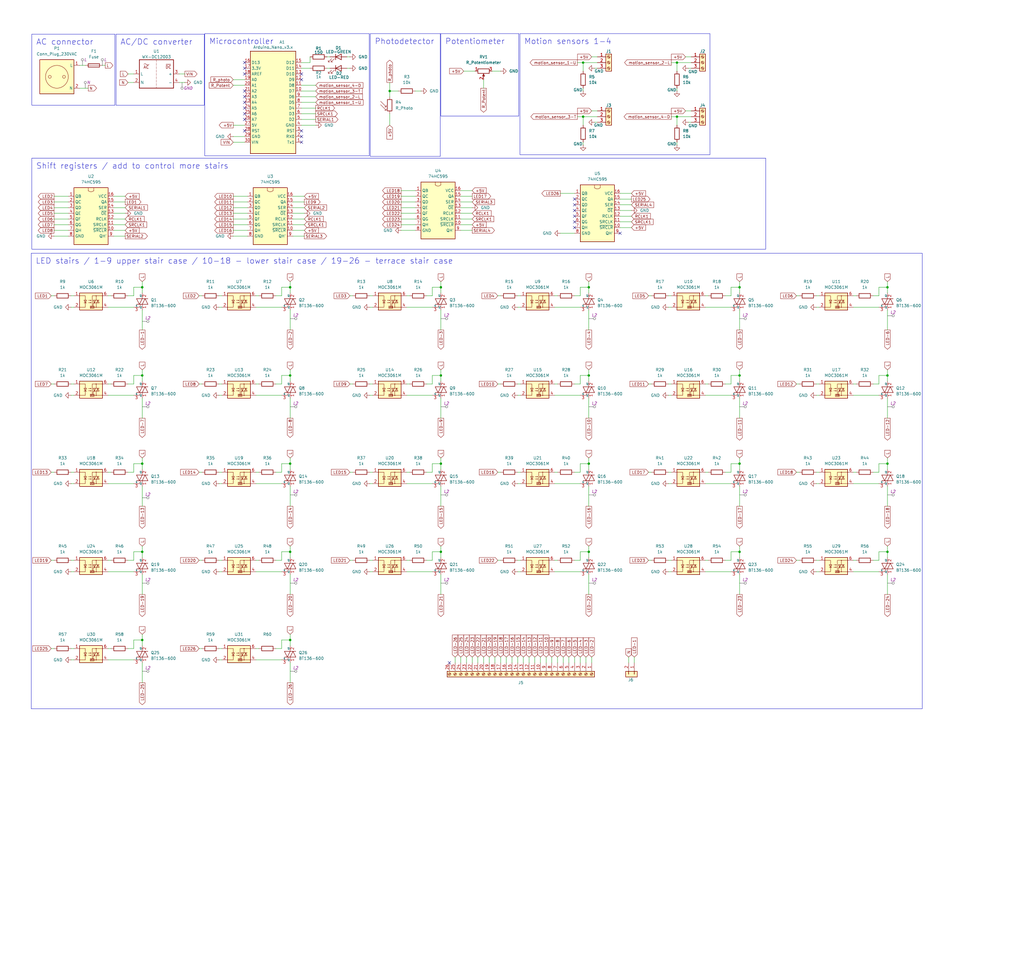
<source format=kicad_sch>
(kicad_sch (version 20231120) (generator "eeschema") (generator_version "8.0")
  (paper "User" 457.2 431.8)
  (lib_symbols
    (symbol "74xx:74HC595"
      (property "Reference" "U27" (at 2.1941 17.78 0))
      (property "Value" "74HC595" (at 2.1941 15.24 0))
      (symbol "74HC595_1_0"
        (pin tri_state line (at -10.16 8.89 0) (length 2.54) (name "QB") (number "1"))
        (pin input line (at 10.16 -6.35 180) (length 2.54) (name "~{SRCLR}") (number "10"))
        (pin input line (at 10.16 -3.81 180) (length 2.54) (name "SRCLK") (number "11"))
        (pin input line (at 10.16 -1.27 180) (length 2.54) (name "RCLK") (number "12"))
        (pin input line (at 10.16 1.27 180) (length 2.54) (name "~{OE}") (number "13"))
        (pin input line (at 10.16 3.81 180) (length 2.54) (name "SER") (number "14"))
        (pin tri_state line (at 10.16 6.35 180) (length 2.54) (name "QA") (number "15"))
        (pin power_in line (at 10.16 8.89 180) (length 2.54) (name "VCC") (number "16"))
        (pin tri_state line (at -10.16 6.35 0) (length 2.54) (name "QC") (number "2"))
        (pin tri_state line (at -10.16 3.81 0) (length 2.54) (name "QD") (number "3"))
        (pin tri_state line (at -10.16 1.27 0) (length 2.54) (name "QE") (number "4"))
        (pin tri_state line (at -10.16 -1.27 0) (length 2.54) (name "QF") (number "5"))
        (pin tri_state line (at -10.16 -3.81 0) (length 2.54) (name "QG") (number "6"))
        (pin tri_state line (at -10.16 -6.35 0) (length 2.54) (name "QH") (number "7"))
        (pin power_in line (at -10.16 -8.89 0) (length 2.54) (name "GND") (number "8"))
        (pin output line (at 10.16 -8.89 180) (length 2.54) (name "QH'") (number "9"))
      )
    )
    (symbol "Connector:Conn_Plug_2P"
      (property "Reference" "P1" (at 0 12.7 0))
      (property "Value" "Conn_Plug_230VAC" (at 0 10.16 0))
      (symbol "Conn_Plug_2P_1_1"
        (pin power_out line (at 10.16 5.08 180) (length 2.54) (name "L") (number "1"))
        (pin power_out line (at 10.16 -5.08 180) (length 2.54) (name "N") (number "2"))
      )
    )
    (symbol "Connector:Screw_Terminal_01x03" (pin_names (offset 1.016) hide)
      (property "Reference" "J" (at 0 5.08 0))
      (property "Value" "Screw_Terminal_01x03" (at 0 -5.08 0))
      (symbol "Screw_Terminal_01x03_1_1"
        (pin passive line (at -5.08 2.54 0) (length 3.81) (name "Pin_1") (number "1"))
        (pin passive line (at -5.08 0 0) (length 3.81) (name "Pin_2") (number "2"))
        (pin passive line (at -5.08 -2.54 0) (length 3.81) (name "Pin_3") (number "3"))
      )
    )
    (symbol "Connector:Screw_Terminal_01x26" (pin_names (offset 1.016) hide)
      (property "Reference" "J" (at 0 25.4 0))
      (property "Value" "Screw_Terminal_01x26" (at -3.302 -42.672 0))
      (symbol "Screw_Terminal_01x26_1_1"
        (pin passive line (at -5.08 22.86 0) (length 3.81) (name "Pin_1") (number "1"))
        (pin passive line (at -5.08 0 0) (length 3.81) (name "Pin_10") (number "10"))
        (pin passive line (at -5.08 -2.54 0) (length 3.81) (name "Pin_11") (number "11"))
        (pin passive line (at -5.08 -5.08 0) (length 3.81) (name "Pin_12") (number "12"))
        (pin passive line (at -5.08 -7.62 0) (length 3.81) (name "Pin_13") (number "13"))
        (pin passive line (at -5.08 -10.16 0) (length 3.81) (name "Pin_14") (number "14"))
        (pin passive line (at -5.08 -12.7 0) (length 3.81) (name "Pin_15") (number "15"))
        (pin passive line (at -5.08 -15.24 0) (length 3.81) (name "Pin_16") (number "16"))
        (pin passive line (at -5.08 -17.78 0) (length 3.81) (name "Pin_17") (number "17"))
        (pin passive line (at -5.08 -20.32 0) (length 3.81) (name "Pin_18") (number "18"))
        (pin passive line (at -5.08 -22.86 0) (length 3.81) (name "Pin_19") (number "19"))
        (pin passive line (at -5.08 20.32 0) (length 3.81) (name "Pin_2") (number "2"))
        (pin passive line (at -5.08 -25.4 0) (length 3.81) (name "Pin_20") (number "20"))
        (pin passive line (at -5.08 -27.94 0) (length 3.81) (name "Pin_21") (number "21"))
        (pin passive line (at -5.08 -30.48 0) (length 3.81) (name "Pin_22") (number "22"))
        (pin passive line (at -5.08 -33.02 0) (length 3.81) (name "Pin_23") (number "23"))
        (pin passive line (at -5.08 -35.56 0) (length 3.81) (name "Pin_24") (number "24"))
        (pin passive line (at -5.08 -38.1 0) (length 3.81) (name "Pin_25") (number "25"))
        (pin passive line (at -5.08 -40.64 0) (length 3.81) (name "Pin_26") (number "26"))
        (pin passive line (at -5.08 17.78 0) (length 3.81) (name "Pin_3") (number "3"))
        (pin passive line (at -5.08 15.24 0) (length 3.81) (name "Pin_4") (number "4"))
        (pin passive line (at -5.08 12.7 0) (length 3.81) (name "Pin_5") (number "5"))
        (pin passive line (at -5.08 10.16 0) (length 3.81) (name "Pin_6") (number "6"))
        (pin passive line (at -5.08 7.62 0) (length 3.81) (name "Pin_7") (number "7"))
        (pin passive line (at -5.08 5.08 0) (length 3.81) (name "Pin_8") (number "8"))
        (pin passive line (at -5.08 2.54 0) (length 3.81) (name "Pin_9") (number "9"))
      )
    )
    (symbol "Connector_Generic:Conn_01x02" (pin_names (offset 1.016) hide)
      (property "Reference" "J" (at 0 2.54 0))
      (property "Value" "Conn_01x02" (at 0 -5.08 0))
      (symbol "Conn_01x02_1_1"
        (pin passive line (at -5.08 0 0) (length 3.81) (name "Pin_1") (number "1"))
        (pin passive line (at -5.08 -2.54 0) (length 3.81) (name "Pin_2") (number "2"))
      )
    )
    (symbol "Converter_ACDC:WX-DC12003"
      (property "Reference" "U1" (at 0 10.16 0))
      (property "Value" "WX-DC12003" (at 0 7.62 0))
      (symbol "WX-DC12003_1_1"
        (text "AC" (at -4.572 3.048 0) (effects (font (size 1.27 1.27))))
        (text "DC" (at 5.334 3.048 0) (effects (font (size 1.27 1.27))))
        (pin power_in line (at -10.16 0 0) (length 2.54) (name "L") (number "1"))
        (pin power_in line (at -10.16 -3.81 0) (length 2.54) (name "N") (number "2"))
        (pin power_out line (at 10.16 0 180) (length 2.54) (name "+") (number "3"))
        (pin power_out line (at 10.16 -3.81 180) (length 2.54) (name "-") (number "4"))
      )
    )
    (symbol "Device:Fuse" (pin_numbers hide) (pin_names (offset 0))
      (property "Reference" "F1" (at 6.35 0 90))
      (property "Value" "Fuse" (at 3.81 0 90))
      (symbol "Fuse_1_1"
        (pin power_in line (at 0 3.81 270) (length 1.27) (name "~") (number "1"))
        (pin power_out line (at 0 -3.81 90) (length 1.27) (name "~") (number "2"))
      )
    )
    (symbol "Device:LED" (pin_numbers hide) (pin_names (offset 1.016) hide)
      (property "Reference" "D" (at 0 2.54 0))
      (property "Value" "LED" (at 0 -2.54 0))
      (symbol "LED_1_1"
        (pin passive line (at -3.81 0 0) (length 2.54) (name "K") (number "1"))
        (pin passive line (at 3.81 0 180) (length 2.54) (name "A") (number "2"))
      )
    )
    (symbol "Device:R" (pin_numbers hide) (pin_names (offset 0))
      (property "Reference" "R" (at 2.032 0 90))
      (property "Value" "R" (at 0 0 90))
      (symbol "R_1_1"
        (pin passive line (at 0 3.81 270) (length 1.27) (name "~") (number "1"))
        (pin passive line (at 0 -3.81 90) (length 1.27) (name "~") (number "2"))
      )
    )
    (symbol "Device:R_Photo" (pin_numbers hide) (pin_names (offset 0))
      (property "Reference" "R" (at 1.27 1.27 0))
      (property "Value" "R_Photo" (at 1.27 0 0))
      (symbol "R_Photo_1_1"
        (pin passive line (at 0 3.81 270) (length 1.27) (name "~") (number "1"))
        (pin passive line (at 0 -3.81 90) (length 1.27) (name "~") (number "2"))
      )
    )
    (symbol "Device:R_Potentiometer" (pin_names (offset 1.016) hide)
      (property "Reference" "RV1" (at -6.35 0 90))
      (property "Value" "R_Potentiometer" (at -3.81 0 90))
      (symbol "R_Potentiometer_1_1"
        (pin passive line (at 0 -3.81 90) (length 1.27) (name "1") (number "1"))
        (pin passive line (at 3.81 0 180) (length 1.27) (name "2") (number "2"))
        (pin passive line (at 0 3.81 270) (length 1.27) (name "3") (number "3"))
      )
    )
    (symbol "MCU_Module:Arduino_Nano_v3.x"
      (property "Reference" "A1" (at 4.7341 -25.4 0))
      (property "Value" "Arduino_Nano_v3.x" (at 4.7341 -27.94 0))
      (symbol "Arduino_Nano_v3.x_1_1"
        (pin bidirectional line (at 12.7 -17.78 180) (length 2.54) (name "Tx1") (number "1"))
        (pin bidirectional line (at 12.7 5.08 180) (length 2.54) (name "D7") (number "10"))
        (pin bidirectional line (at 12.7 7.62 180) (length 2.54) (name "D8") (number "11"))
        (pin bidirectional line (at 12.7 10.16 180) (length 2.54) (name "D9") (number "12"))
        (pin bidirectional line (at 12.7 12.7 180) (length 2.54) (name "D10") (number "13"))
        (pin bidirectional line (at 12.7 15.24 180) (length 2.54) (name "D11") (number "14"))
        (pin bidirectional line (at 12.7 17.78 180) (length 2.54) (name "D12") (number "15"))
        (pin bidirectional line (at -12.7 17.78 0) (length 2.54) (name "D13") (number "16"))
        (pin power_out line (at -12.7 15.24 0) (length 2.54) (name "3.3V") (number "17"))
        (pin input line (at -12.7 12.7 0) (length 2.54) (name "AREF") (number "18"))
        (pin bidirectional line (at -12.7 10.16 0) (length 2.54) (name "A0") (number "19"))
        (pin bidirectional line (at 12.7 -15.24 180) (length 2.54) (name "RX0") (number "2"))
        (pin bidirectional line (at -12.7 7.62 0) (length 2.54) (name "A1") (number "20"))
        (pin bidirectional line (at -12.7 5.08 0) (length 2.54) (name "A2") (number "21"))
        (pin bidirectional line (at -12.7 2.54 0) (length 2.54) (name "A3") (number "22"))
        (pin bidirectional line (at -12.7 0 0) (length 2.54) (name "A4") (number "23"))
        (pin bidirectional line (at -12.7 -2.54 0) (length 2.54) (name "A5") (number "24"))
        (pin bidirectional line (at -12.7 -5.08 0) (length 2.54) (name "A6") (number "25"))
        (pin bidirectional line (at -12.7 -7.62 0) (length 2.54) (name "A7") (number "26"))
        (pin power_out line (at -12.7 -10.16 0) (length 2.54) (name "5V") (number "27"))
        (pin input line (at -12.7 -12.7 0) (length 2.54) (name "RST") (number "28"))
        (pin power_in line (at -12.7 -15.24 0) (length 2.54) (name "GND") (number "29"))
        (pin input line (at 12.7 -12.7 180) (length 2.54) (name "RST") (number "3"))
        (pin power_in line (at -12.7 -17.78 0) (length 2.54) (name "VIN") (number "30"))
        (pin power_in line (at 12.7 -10.16 180) (length 2.54) (name "GND") (number "4"))
        (pin bidirectional line (at 12.7 -7.62 180) (length 2.54) (name "D2") (number "5"))
        (pin bidirectional line (at 12.7 -5.08 180) (length 2.54) (name "D3") (number "6"))
        (pin bidirectional line (at 12.7 -2.54 180) (length 2.54) (name "D4") (number "7"))
        (pin bidirectional line (at 12.7 0 180) (length 2.54) (name "D5") (number "8"))
        (pin bidirectional line (at 12.7 2.54 180) (length 2.54) (name "D6") (number "9"))
      )
    )
    (symbol "Relay_SolidState:MOC3061M"
      (property "Reference" "U" (at -5.08 5.08 0))
      (property "Value" "MOC3061M" (at 0 5.08 0))
      (symbol "MOC3061M_0_0"
        (text "ZCD" (at 0.508 -2.54 0) (effects (font (size 0.508 0.508))))
      )
      (symbol "MOC3061M_1_1"
        (pin passive line (at -7.62 2.54 0) (length 2.54) (name "~") (number "1"))
        (pin passive line (at -7.62 -2.54 0) (length 2.54) (name "~") (number "2"))
        (pin no_connect line (at -5.08 0 0) (length 2.54) hide (name "NC") (number "3"))
        (pin passive line (at 7.62 -2.54 180) (length 2.54) (name "~") (number "4"))
        (pin no_connect line (at 5.08 0 180) (length 2.54) hide (name "NC") (number "5"))
        (pin passive line (at 7.62 2.54 180) (length 2.54) (name "~") (number "6"))
      )
    )
    (symbol "Triac_Thyristor:BT136-600" (pin_names (offset 0))
      (property "Reference" "Q" (at 5.08 1.905 0))
      (property "Value" "BT136-600" (at 5.08 0 0))
      (symbol "BT136-600_1_1"
        (pin passive line (at 0 -3.81 90) (length 2.54) (name "A1") (number "1"))
        (pin passive line (at 0 3.81 270) (length 2.54) (name "A2") (number "2"))
        (pin input line (at -3.81 -2.54 0) (length 2.54) (name "G") (number "3"))
      )
    )
    (symbol "power:GND" (power) (pin_numbers hide) (pin_names (offset 0) hide)
      (property "Value" "GND" (at 0 -3.81 0))
      (symbol "GND_1_1"
        (pin power_in line (at 0 0 270) (length 0) (name "~") (number "1"))
      )
    )
  )
  (junction (at 196.85 128.27))
  (junction (at 196.85 207.01))
  (junction (at 260.35 27.94))
  (junction (at 302.26 52.07))
  (junction (at 396.24 246.38))
  (junction (at 63.5 128.27))
  (junction (at 129.54 246.38))
  (junction (at 129.54 167.64))
  (junction (at 396.24 167.64))
  (junction (at 63.5 246.38))
  (junction (at 196.85 167.64))
  (junction (at 262.89 167.64))
  (junction (at 302.26 27.94))
  (junction (at 129.54 285.75))
  (junction (at 129.54 207.01))
  (junction (at 63.5 207.01))
  (junction (at 330.2 207.01))
  (junction (at 63.5 285.75))
  (junction (at 262.89 128.27))
  (junction (at 396.24 128.27))
  (junction (at 330.2 246.38))
  (junction (at 262.89 207.01))
  (junction (at 396.24 207.01))
  (junction (at 330.2 167.64))
  (junction (at 262.89 246.38))
  (junction (at 63.5 167.64))
  (junction (at 330.2 128.27))
  (junction (at 129.54 128.27))
  (junction (at 260.35 52.07))
  (junction (at 196.85 246.38))
  (junction (at 173.99 40.64))
  (no_connect (at 256.54 88.9))
  (no_connect (at 109.22 40.64))
  (no_connect (at 256.54 93.98))
  (no_connect (at 134.62 63.5))
  (no_connect (at 109.22 27.94))
  (no_connect (at 109.22 53.34))
  (no_connect (at 109.22 43.18))
  (no_connect (at 134.62 33.02))
  (no_connect (at 109.22 45.72))
  (no_connect (at 109.22 30.48))
  (no_connect (at 134.62 35.56))
  (no_connect (at 256.54 91.44))
  (no_connect (at 109.22 50.8))
  (no_connect (at 200.66 295.91))
  (no_connect (at 109.22 33.02))
  (no_connect (at 109.22 48.26))
  (no_connect (at 256.54 101.6))
  (no_connect (at 276.86 104.14))
  (no_connect (at 256.54 96.52))
  (no_connect (at 134.62 58.42))
  (no_connect (at 109.22 58.42))
  (no_connect (at 134.62 60.96))
  (no_connect (at 256.54 99.06))
  (wire (pts (xy 57.15 33.02) (xy 59.69 33.02)))
  (wire (pts (xy 130.81 95.25) (xy 135.89 95.25)))
  (wire (pts (xy 330.2 125.73) (xy 330.2 128.27)))
  (wire (pts (xy 392.43 210.82) (xy 392.43 207.01)))
  (wire (pts (xy 130.81 105.41) (xy 135.89 105.41)))
  (wire (pts (xy 179.07 95.25) (xy 185.42 95.25)))
  (wire (pts (xy 114.3 289.56) (xy 115.57 289.56)))
  (wire (pts (xy 196.85 256.54) (xy 196.85 265.43)))
  (wire (pts (xy 314.96 250.19) (xy 316.23 250.19)))
  (wire (pts (xy 59.69 207.01) (xy 63.5 207.01)))
  (wire (pts (xy 289.56 132.08) (xy 290.83 132.08)))
  (wire (pts (xy 205.74 102.87) (xy 210.82 102.87)))
  (wire (pts (xy 205.74 97.79) (xy 210.82 97.79)))
  (wire (pts (xy 129.54 138.43) (xy 129.54 147.32)))
  (wire (pts (xy 181.61 176.53) (xy 193.04 176.53)))
  (wire (pts (xy 63.5 246.38) (xy 63.5 248.92)))
  (wire (pts (xy 330.2 256.54) (xy 330.2 265.43)))
  (wire (pts (xy 48.26 210.82) (xy 49.53 210.82)))
  (wire (pts (xy 314.96 132.08) (xy 316.23 132.08)))
  (wire (pts (xy 247.65 255.27) (xy 259.08 255.27)))
  (wire (pts (xy 50.8 90.17) (xy 55.88 90.17)))
  (wire (pts (xy 223.52 293.37) (xy 223.52 295.91)))
  (wire (pts (xy 129.54 217.17) (xy 129.54 226.06)))
  (wire (pts (xy 59.69 250.19) (xy 59.69 246.38)))
  (wire (pts (xy 181.61 171.45) (xy 182.88 171.45)))
  (wire (pts (xy 260.35 27.94) (xy 260.35 31.75)))
  (wire (pts (xy 381 215.9) (xy 392.43 215.9)))
  (wire (pts (xy 181.61 132.08) (xy 182.88 132.08)))
  (wire (pts (xy 104.14 97.79) (xy 110.49 97.79)))
  (wire (pts (xy 231.14 210.82) (xy 232.41 210.82)))
  (wire (pts (xy 173.99 40.64) (xy 173.99 43.18)))
  (wire (pts (xy 179.07 87.63) (xy 185.42 87.63)))
  (wire (pts (xy 355.6 250.19) (xy 356.87 250.19)))
  (wire (pts (xy 125.73 289.56) (xy 125.73 285.75)))
  (wire (pts (xy 381 137.16) (xy 392.43 137.16)))
  (wire (pts (xy 129.54 177.8) (xy 129.54 186.69)))
  (wire (pts (xy 63.5 204.47) (xy 63.5 207.01)))
  (wire (pts (xy 97.79 255.27) (xy 99.06 255.27)))
  (wire (pts (xy 63.5 138.43) (xy 63.5 147.32)))
  (wire (pts (xy 306.07 49.53) (xy 308.61 49.53)))
  (wire (pts (xy 97.79 250.19) (xy 99.06 250.19)))
  (wire (pts (xy 123.19 250.19) (xy 125.73 250.19)))
  (wire (pts (xy 247.65 176.53) (xy 259.08 176.53)))
  (wire (pts (xy 323.85 132.08) (xy 326.39 132.08)))
  (wire (pts (xy 88.9 171.45) (xy 90.17 171.45)))
  (wire (pts (xy 396.24 243.84) (xy 396.24 246.38)))
  (wire (pts (xy 31.75 132.08) (xy 33.02 132.08)))
  (wire (pts (xy 228.6 293.37) (xy 228.6 295.91)))
  (wire (pts (xy 251.46 293.37) (xy 251.46 295.91)))
  (wire (pts (xy 88.9 250.19) (xy 90.17 250.19)))
  (wire (pts (xy 190.5 132.08) (xy 193.04 132.08)))
  (wire (pts (xy 196.85 177.8) (xy 196.85 186.69)))
  (wire (pts (xy 203.2 293.37) (xy 203.2 295.91)))
  (wire (pts (xy 193.04 250.19) (xy 193.04 246.38)))
  (wire (pts (xy 129.54 165.1) (xy 129.54 167.64)))
  (wire (pts (xy 396.24 177.8) (xy 396.24 186.69)))
  (wire (pts (xy 262.89 256.54) (xy 262.89 265.43)))
  (wire (pts (xy 205.74 85.09) (xy 210.82 85.09)))
  (wire (pts (xy 256.54 293.37) (xy 256.54 295.91)))
  (wire (pts (xy 355.6 171.45) (xy 356.87 171.45)))
  (wire (pts (xy 364.49 210.82) (xy 365.76 210.82)))
  (wire (pts (xy 323.85 171.45) (xy 326.39 171.45)))
  (wire (pts (xy 247.65 171.45) (xy 248.92 171.45)))
  (wire (pts (xy 125.73 171.45) (xy 125.73 167.64)))
  (wire (pts (xy 256.54 171.45) (xy 259.08 171.45)))
  (wire (pts (xy 24.13 97.79) (xy 30.48 97.79)))
  (wire (pts (xy 31.75 289.56) (xy 33.02 289.56)))
  (wire (pts (xy 256.54 132.08) (xy 259.08 132.08)))
  (wire (pts (xy 24.13 102.87) (xy 30.48 102.87)))
  (wire (pts (xy 260.35 39.37) (xy 260.35 40.64)))
  (wire (pts (xy 330.2 165.1) (xy 330.2 167.64)))
  (wire (pts (xy 146.05 25.4) (xy 147.32 25.4)))
  (wire (pts (xy 396.24 128.27) (xy 396.24 130.81)))
  (wire (pts (xy 302.26 63.5) (xy 302.26 64.77)))
  (wire (pts (xy 396.24 138.43) (xy 396.24 147.32)))
  (wire (pts (xy 179.07 97.79) (xy 185.42 97.79)))
  (wire (pts (xy 63.5 167.64) (xy 63.5 170.18)))
  (wire (pts (xy 392.43 246.38) (xy 396.24 246.38)))
  (wire (pts (xy 259.08 132.08) (xy 259.08 128.27)))
  (wire (pts (xy 63.5 165.1) (xy 63.5 167.64)))
  (wire (pts (xy 63.5 177.8) (xy 63.5 186.69)))
  (wire (pts (xy 256.54 250.19) (xy 259.08 250.19)))
  (wire (pts (xy 231.14 176.53) (xy 232.41 176.53)))
  (wire (pts (xy 196.85 128.27) (xy 196.85 130.81)))
  (wire (pts (xy 138.43 25.4) (xy 138.43 27.94)))
  (wire (pts (xy 238.76 293.37) (xy 238.76 295.91)))
  (wire (pts (xy 326.39 132.08) (xy 326.39 128.27)))
  (wire (pts (xy 63.5 207.01) (xy 63.5 209.55)))
  (wire (pts (xy 57.15 171.45) (xy 59.69 171.45)))
  (wire (pts (xy 114.3 255.27) (xy 125.73 255.27)))
  (wire (pts (xy 31.75 294.64) (xy 33.02 294.64)))
  (wire (pts (xy 50.8 102.87) (xy 55.88 102.87)))
  (wire (pts (xy 104.14 63.5) (xy 109.22 63.5)))
  (wire (pts (xy 392.43 167.64) (xy 396.24 167.64)))
  (wire (pts (xy 222.25 171.45) (xy 223.52 171.45)))
  (wire (pts (xy 314.96 171.45) (xy 316.23 171.45)))
  (wire (pts (xy 179.07 102.87) (xy 185.42 102.87)))
  (wire (pts (xy 48.26 176.53) (xy 59.69 176.53)))
  (wire (pts (xy 165.1 215.9) (xy 166.37 215.9)))
  (wire (pts (xy 48.26 250.19) (xy 49.53 250.19)))
  (wire (pts (xy 259.08 167.64) (xy 262.89 167.64)))
  (wire (pts (xy 24.13 95.25) (xy 30.48 95.25)))
  (wire (pts (xy 114.3 171.45) (xy 115.57 171.45)))
  (wire (pts (xy 190.5 171.45) (xy 193.04 171.45)))
  (wire (pts (xy 134.62 27.94) (xy 138.43 27.94)))
  (wire (pts (xy 134.62 45.72) (xy 140.97 45.72)))
  (wire (pts (xy 276.86 86.36) (xy 281.94 86.36)))
  (wire (pts (xy 213.36 293.37) (xy 213.36 295.91)))
  (wire (pts (xy 207.01 31.75) (xy 212.09 31.75)))
  (wire (pts (xy 396.24 207.01) (xy 396.24 209.55)))
  (wire (pts (xy 129.54 256.54) (xy 129.54 265.43)))
  (wire (pts (xy 205.74 87.63) (xy 210.82 87.63)))
  (wire (pts (xy 57.15 36.83) (xy 59.69 36.83)))
  (wire (pts (xy 364.49 176.53) (xy 365.76 176.53)))
  (wire (pts (xy 299.72 27.94) (xy 302.26 27.94)))
  (wire (pts (xy 289.56 171.45) (xy 290.83 171.45)))
  (wire (pts (xy 298.45 171.45) (xy 299.72 171.45)))
  (wire (pts (xy 298.45 255.27) (xy 299.72 255.27)))
  (wire (pts (xy 165.1 255.27) (xy 166.37 255.27)))
  (wire (pts (xy 130.81 87.63) (xy 135.89 87.63)))
  (wire (pts (xy 97.79 176.53) (xy 99.06 176.53)))
  (wire (pts (xy 97.79 171.45) (xy 99.06 171.45)))
  (wire (pts (xy 314.96 215.9) (xy 326.39 215.9)))
  (wire (pts (xy 193.04 128.27) (xy 196.85 128.27)))
  (wire (pts (xy 298.45 132.08) (xy 299.72 132.08)))
  (wire (pts (xy 48.26 171.45) (xy 49.53 171.45)))
  (wire (pts (xy 156.21 250.19) (xy 157.48 250.19)))
  (wire (pts (xy 130.81 92.71) (xy 135.89 92.71)))
  (wire (pts (xy 364.49 137.16) (xy 365.76 137.16)))
  (wire (pts (xy 299.72 52.07) (xy 302.26 52.07)))
  (wire (pts (xy 259.08 207.01) (xy 262.89 207.01)))
  (wire (pts (xy 193.04 246.38) (xy 196.85 246.38)))
  (wire (pts (xy 88.9 289.56) (xy 90.17 289.56)))
  (wire (pts (xy 193.04 207.01) (xy 196.85 207.01)))
  (wire (pts (xy 190.5 250.19) (xy 193.04 250.19)))
  (wire (pts (xy 262.89 207.01) (xy 262.89 209.55)))
  (wire (pts (xy 125.73 250.19) (xy 125.73 246.38)))
  (wire (pts (xy 280.67 293.37) (xy 280.67 295.91)))
  (wire (pts (xy 24.13 105.41) (xy 30.48 105.41)))
  (wire (pts (xy 396.24 256.54) (xy 396.24 265.43)))
  (wire (pts (xy 156.21 132.08) (xy 157.48 132.08)))
  (wire (pts (xy 302.26 27.94) (xy 308.61 27.94)))
  (wire (pts (xy 326.39 246.38) (xy 330.2 246.38)))
  (wire (pts (xy 80.01 33.02) (xy 82.55 33.02)))
  (wire (pts (xy 326.39 207.01) (xy 330.2 207.01)))
  (wire (pts (xy 389.89 250.19) (xy 392.43 250.19)))
  (wire (pts (xy 262.89 243.84) (xy 262.89 246.38)))
  (wire (pts (xy 154.94 25.4) (xy 156.21 25.4)))
  (wire (pts (xy 196.85 204.47) (xy 196.85 207.01)))
  (wire (pts (xy 63.5 283.21) (xy 63.5 285.75)))
  (wire (pts (xy 24.13 100.33) (xy 30.48 100.33)))
  (wire (pts (xy 59.69 246.38) (xy 63.5 246.38)))
  (wire (pts (xy 389.89 132.08) (xy 392.43 132.08)))
  (wire (pts (xy 129.54 246.38) (xy 129.54 248.92)))
  (wire (pts (xy 130.81 97.79) (xy 135.89 97.79)))
  (wire (pts (xy 129.54 125.73) (xy 129.54 128.27)))
  (wire (pts (xy 50.8 105.41) (xy 55.88 105.41)))
  (wire (pts (xy 193.04 167.64) (xy 196.85 167.64)))
  (wire (pts (xy 265.43 54.61) (xy 266.7 54.61)))
  (wire (pts (xy 48.26 255.27) (xy 59.69 255.27)))
  (wire (pts (xy 114.3 137.16) (xy 125.73 137.16)))
  (wire (pts (xy 97.79 215.9) (xy 99.06 215.9)))
  (wire (pts (xy 219.71 31.75) (xy 223.52 31.75)))
  (wire (pts (xy 134.62 55.88) (xy 140.97 55.88)))
  (wire (pts (xy 326.39 171.45) (xy 326.39 167.64)))
  (wire (pts (xy 165.1 210.82) (xy 166.37 210.82)))
  (wire (pts (xy 298.45 215.9) (xy 299.72 215.9)))
  (wire (pts (xy 381 176.53) (xy 392.43 176.53)))
  (wire (pts (xy 165.1 137.16) (xy 166.37 137.16)))
  (wire (pts (xy 57.15 289.56) (xy 59.69 289.56)))
  (wire (pts (xy 247.65 250.19) (xy 248.92 250.19)))
  (wire (pts (xy 302.26 27.94) (xy 302.26 31.75)))
  (wire (pts (xy 231.14 132.08) (xy 232.41 132.08)))
  (wire (pts (xy 250.19 86.36) (xy 256.54 86.36)))
  (wire (pts (xy 123.19 210.82) (xy 125.73 210.82)))
  (wire (pts (xy 226.06 293.37) (xy 226.06 295.91)))
  (wire (pts (xy 114.3 132.08) (xy 115.57 132.08)))
  (wire (pts (xy 306.07 25.4) (xy 308.61 25.4)))
  (wire (pts (xy 125.73 210.82) (xy 125.73 207.01)))
  (wire (pts (xy 179.07 90.17) (xy 185.42 90.17)))
  (wire (pts (xy 125.73 285.75) (xy 129.54 285.75)))
  (wire (pts (xy 24.13 90.17) (xy 30.48 90.17)))
  (wire (pts (xy 276.86 91.44) (xy 281.94 91.44)))
  (wire (pts (xy 130.81 100.33) (xy 135.89 100.33)))
  (wire (pts (xy 181.61 210.82) (xy 182.88 210.82)))
  (wire (pts (xy 326.39 167.64) (xy 330.2 167.64)))
  (wire (pts (xy 326.39 128.27) (xy 330.2 128.27)))
  (wire (pts (xy 323.85 250.19) (xy 326.39 250.19)))
  (wire (pts (xy 165.1 171.45) (xy 166.37 171.45)))
  (wire (pts (xy 298.45 137.16) (xy 299.72 137.16)))
  (wire (pts (xy 179.07 85.09) (xy 185.42 85.09)))
  (wire (pts (xy 22.86 171.45) (xy 24.13 171.45)))
  (wire (pts (xy 231.14 215.9) (xy 232.41 215.9)))
  (wire (pts (xy 165.1 132.08) (xy 166.37 132.08)))
  (wire (pts (xy 130.81 102.87) (xy 135.89 102.87)))
  (wire (pts (xy 208.28 293.37) (xy 208.28 295.91)))
  (wire (pts (xy 63.5 217.17) (xy 63.5 226.06)))
  (wire (pts (xy 48.26 132.08) (xy 49.53 132.08)))
  (wire (pts (xy 314.96 176.53) (xy 326.39 176.53)))
  (wire (pts (xy 289.56 250.19) (xy 290.83 250.19)))
  (wire (pts (xy 231.14 293.37) (xy 231.14 295.91)))
  (wire (pts (xy 31.75 176.53) (xy 33.02 176.53)))
  (wire (pts (xy 276.86 93.98) (xy 281.94 93.98)))
  (wire (pts (xy 125.73 132.08) (xy 125.73 128.27)))
  (wire (pts (xy 181.61 215.9) (xy 193.04 215.9)))
  (wire (pts (xy 220.98 293.37) (xy 220.98 295.91)))
  (wire (pts (xy 302.26 52.07) (xy 302.26 55.88)))
  (wire (pts (xy 196.85 125.73) (xy 196.85 128.27)))
  (wire (pts (xy 205.74 92.71) (xy 210.82 92.71)))
  (wire (pts (xy 247.65 215.9) (xy 259.08 215.9)))
  (wire (pts (xy 247.65 137.16) (xy 259.08 137.16)))
  (wire (pts (xy 88.9 210.82) (xy 90.17 210.82)))
  (wire (pts (xy 165.1 250.19) (xy 166.37 250.19)))
  (wire (pts (xy 63.5 295.91) (xy 63.5 304.8)))
  (wire (pts (xy 134.62 53.34) (xy 140.97 53.34)))
  (wire (pts (xy 298.45 176.53) (xy 299.72 176.53)))
  (wire (pts (xy 104.14 87.63) (xy 110.49 87.63)))
  (wire (pts (xy 231.14 137.16) (xy 232.41 137.16)))
  (wire (pts (xy 283.21 293.37) (xy 283.21 295.91)))
  (wire (pts (xy 392.43 250.19) (xy 392.43 246.38)))
  (wire (pts (xy 50.8 100.33) (xy 55.88 100.33)))
  (wire (pts (xy 31.75 210.82) (xy 33.02 210.82)))
  (wire (pts (xy 302.26 52.07) (xy 308.61 52.07)))
  (wire (pts (xy 298.45 250.19) (xy 299.72 250.19)))
  (wire (pts (xy 246.38 293.37) (xy 246.38 295.91)))
  (wire (pts (xy 196.85 217.17) (xy 196.85 226.06)))
  (wire (pts (xy 364.49 250.19) (xy 365.76 250.19)))
  (wire (pts (xy 330.2 128.27) (xy 330.2 130.81)))
  (wire (pts (xy 330.2 204.47) (xy 330.2 207.01)))
  (wire (pts (xy 173.99 40.64) (xy 177.8 40.64)))
  (wire (pts (xy 381 250.19) (xy 382.27 250.19)))
  (wire (pts (xy 196.85 165.1) (xy 196.85 167.64)))
  (wire (pts (xy 323.85 210.82) (xy 326.39 210.82)))
  (wire (pts (xy 129.54 167.64) (xy 129.54 170.18)))
  (wire (pts (xy 31.75 250.19) (xy 33.02 250.19)))
  (wire (pts (xy 326.39 210.82) (xy 326.39 207.01)))
  (wire (pts (xy 259.08 246.38) (xy 262.89 246.38)))
  (wire (pts (xy 276.86 99.06) (xy 281.94 99.06)))
  (wire (pts (xy 330.2 167.64) (xy 330.2 170.18)))
  (wire (pts (xy 326.39 250.19) (xy 326.39 246.38)))
  (wire (pts (xy 63.5 256.54) (xy 63.5 265.43)))
  (wire (pts (xy 262.89 204.47) (xy 262.89 207.01)))
  (wire (pts (xy 59.69 132.08) (xy 59.69 128.27)))
  (wire (pts (xy 59.69 285.75) (xy 63.5 285.75)))
  (wire (pts (xy 231.14 250.19) (xy 232.41 250.19)))
  (wire (pts (xy 48.26 215.9) (xy 59.69 215.9)))
  (wire (pts (xy 210.82 293.37) (xy 210.82 295.91)))
  (wire (pts (xy 97.79 137.16) (xy 99.06 137.16)))
  (wire (pts (xy 123.19 289.56) (xy 125.73 289.56)))
  (wire (pts (xy 173.99 50.8) (xy 173.99 55.88)))
  (wire (pts (xy 185.42 40.64) (xy 187.96 40.64)))
  (wire (pts (xy 104.14 92.71) (xy 110.49 92.71)))
  (wire (pts (xy 147.32 30.48) (xy 146.05 30.48)))
  (wire (pts (xy 264.16 25.4) (xy 266.7 25.4)))
  (wire (pts (xy 63.5 125.73) (xy 63.5 128.27)))
  (wire (pts (xy 392.43 128.27) (xy 396.24 128.27)))
  (wire (pts (xy 59.69 210.82) (xy 59.69 207.01)))
  (wire (pts (xy 259.08 171.45) (xy 259.08 167.64)))
  (wire (pts (xy 173.99 36.83) (xy 173.99 40.64)))
  (wire (pts (xy 205.74 100.33) (xy 210.82 100.33)))
  (wire (pts (xy 396.24 167.64) (xy 396.24 170.18)))
  (wire (pts (xy 260.35 27.94) (xy 266.7 27.94)))
  (wire (pts (xy 104.14 60.96) (xy 109.22 60.96)))
  (wire (pts (xy 243.84 293.37) (xy 243.84 295.91)))
  (wire (pts (xy 248.92 293.37) (xy 248.92 295.91)))
  (wire (pts (xy 389.89 210.82) (xy 392.43 210.82)))
  (wire (pts (xy 63.5 285.75) (xy 63.5 288.29)))
  (wire (pts (xy 355.6 210.82) (xy 356.87 210.82)))
  (wire (pts (xy 97.79 289.56) (xy 99.06 289.56)))
  (wire (pts (xy 330.2 207.01) (xy 330.2 209.55)))
  (wire (pts (xy 260.35 52.07) (xy 260.35 55.88)))
  (wire (pts (xy 396.24 125.73) (xy 396.24 128.27)))
  (wire (pts (xy 381 210.82) (xy 382.27 210.82)))
  (wire (pts (xy 260.35 63.5) (xy 260.35 64.77)))
  (wire (pts (xy 123.19 132.08) (xy 125.73 132.08)))
  (wire (pts (xy 134.62 48.26) (xy 140.97 48.26)))
  (wire (pts (xy 129.54 295.91) (xy 129.54 304.8)))
  (wire (pts (xy 35.56 39.37) (xy 39.37 39.37)))
  (wire (pts (xy 129.54 128.27) (xy 129.54 130.81)))
  (wire (pts (xy 193.04 132.08) (xy 193.04 128.27)))
  (wire (pts (xy 265.43 30.48) (xy 266.7 30.48)))
  (wire (pts (xy 196.85 246.38) (xy 196.85 248.92)))
  (wire (pts (xy 130.81 90.17) (xy 135.89 90.17)))
  (wire (pts (xy 262.89 217.17) (xy 262.89 226.06)))
  (wire (pts (xy 125.73 207.01) (xy 129.54 207.01)))
  (wire (pts (xy 298.45 210.82) (xy 299.72 210.82)))
  (wire (pts (xy 22.86 289.56) (xy 24.13 289.56)))
  (wire (pts (xy 154.94 30.48) (xy 156.21 30.48)))
  (wire (pts (xy 31.75 255.27) (xy 33.02 255.27)))
  (wire (pts (xy 262.89 165.1) (xy 262.89 167.64)))
  (wire (pts (xy 129.54 207.01) (xy 129.54 209.55)))
  (wire (pts (xy 22.86 250.19) (xy 24.13 250.19)))
  (wire (pts (xy 104.14 35.56) (xy 109.22 35.56)))
  (wire (pts (xy 129.54 243.84) (xy 129.54 246.38)))
  (wire (pts (xy 22.86 210.82) (xy 24.13 210.82)))
  (wire (pts (xy 260.35 52.07) (xy 266.7 52.07)))
  (wire (pts (xy 125.73 246.38) (xy 129.54 246.38)))
  (wire (pts (xy 22.86 132.08) (xy 24.13 132.08)))
  (wire (pts (xy 50.8 92.71) (xy 55.88 92.71)))
  (wire (pts (xy 123.19 171.45) (xy 125.73 171.45)))
  (wire (pts (xy 276.86 101.6) (xy 281.94 101.6)))
  (wire (pts (xy 330.2 177.8) (xy 330.2 186.69)))
  (wire (pts (xy 218.44 293.37) (xy 218.44 295.91)))
  (wire (pts (xy 233.68 293.37) (xy 233.68 295.91)))
  (wire (pts (xy 63.5 128.27) (xy 63.5 130.81)))
  (wire (pts (xy 50.8 97.79) (xy 55.88 97.79)))
  (wire (pts (xy 114.3 210.82) (xy 115.57 210.82)))
  (wire (pts (xy 31.75 171.45) (xy 33.02 171.45)))
  (wire (pts (xy 307.34 30.48) (xy 308.61 30.48)))
  (wire (pts (xy 264.16 49.53) (xy 266.7 49.53)))
  (wire (pts (xy 48.26 137.16) (xy 59.69 137.16)))
  (wire (pts (xy 262.89 246.38) (xy 262.89 248.92)))
  (wire (pts (xy 59.69 289.56) (xy 59.69 285.75)))
  (wire (pts (xy 392.43 132.08) (xy 392.43 128.27)))
  (wire (pts (xy 24.13 92.71) (xy 30.48 92.71)))
  (wire (pts (xy 264.16 293.37) (xy 264.16 295.91)))
  (wire (pts (xy 134.62 43.18) (xy 140.97 43.18)))
  (wire (pts (xy 125.73 167.64) (xy 129.54 167.64)))
  (wire (pts (xy 259.08 128.27) (xy 262.89 128.27)))
  (wire (pts (xy 31.75 215.9) (xy 33.02 215.9)))
  (wire (pts (xy 355.6 132.08) (xy 356.87 132.08)))
  (wire (pts (xy 104.14 90.17) (xy 110.49 90.17)))
  (wire (pts (xy 396.24 217.17) (xy 396.24 226.06)))
  (wire (pts (xy 364.49 215.9) (xy 365.76 215.9)))
  (wire (pts (xy 257.81 27.94) (xy 260.35 27.94)))
  (wire (pts (xy 396.24 165.1) (xy 396.24 167.64)))
  (wire (pts (xy 307.34 54.61) (xy 308.61 54.61)))
  (wire (pts (xy 24.13 87.63) (xy 30.48 87.63)))
  (wire (pts (xy 50.8 87.63) (xy 55.88 87.63)))
  (wire (pts (xy 179.07 100.33) (xy 185.42 100.33)))
  (wire (pts (xy 104.14 38.1) (xy 109.22 38.1)))
  (wire (pts (xy 262.89 177.8) (xy 262.89 186.69)))
  (wire (pts (xy 190.5 210.82) (xy 193.04 210.82)))
  (wire (pts (xy 181.61 255.27) (xy 193.04 255.27)))
  (wire (pts (xy 129.54 283.21) (xy 129.54 285.75)))
  (wire (pts (xy 389.89 171.45) (xy 392.43 171.45)))
  (wire (pts (xy 104.14 95.25) (xy 110.49 95.25)))
  (wire (pts (xy 48.26 294.64) (xy 59.69 294.64)))
  (wire (pts (xy 392.43 207.01) (xy 396.24 207.01)))
  (wire (pts (xy 247.65 132.08) (xy 248.92 132.08)))
  (wire (pts (xy 247.65 210.82) (xy 248.92 210.82)))
  (wire (pts (xy 129.54 204.47) (xy 129.54 207.01)))
  (wire (pts (xy 156.21 210.82) (xy 157.48 210.82)))
  (wire (pts (xy 261.62 293.37) (xy 261.62 295.91)))
  (wire (pts (xy 80.01 36.83) (xy 82.55 36.83)))
  (wire (pts (xy 31.75 137.16) (xy 33.02 137.16)))
  (wire (pts (xy 57.15 250.19) (xy 59.69 250.19)))
  (wire (pts (xy 59.69 171.45) (xy 59.69 167.64)))
  (wire (pts (xy 241.3 293.37) (xy 241.3 295.91)))
  (wire (pts (xy 193.04 171.45) (xy 193.04 167.64)))
  (wire (pts (xy 57.15 132.08) (xy 59.69 132.08)))
  (wire (pts (xy 364.49 171.45) (xy 365.76 171.45)))
  (wire (pts (xy 114.3 176.53) (xy 125.73 176.53)))
  (wire (pts (xy 314.96 255.27) (xy 326.39 255.27)))
  (wire (pts (xy 59.69 167.64) (xy 63.5 167.64)))
  (wire (pts (xy 205.74 95.25) (xy 210.82 95.25)))
  (wire (pts (xy 181.61 250.19) (xy 182.88 250.19)))
  (wire (pts (xy 205.74 90.17) (xy 210.82 90.17)))
  (wire (pts (xy 134.62 38.1) (xy 140.97 38.1)))
  (wire (pts (xy 276.86 88.9) (xy 281.94 88.9)))
  (wire (pts (xy 259.08 210.82) (xy 259.08 207.01)))
  (wire (pts (xy 181.61 137.16) (xy 193.04 137.16)))
  (wire (pts (xy 50.8 95.25) (xy 55.88 95.25)))
  (wire (pts (xy 392.43 171.45) (xy 392.43 167.64)))
  (wire (pts (xy 134.62 50.8) (xy 140.97 50.8)))
  (wire (pts (xy 262.89 128.27) (xy 262.89 130.81)))
  (wire (pts (xy 330.2 246.38) (xy 330.2 248.92)))
  (wire (pts (xy 215.9 35.56) (xy 215.9 39.37)))
  (wire (pts (xy 97.79 132.08) (xy 99.06 132.08)))
  (wire (pts (xy 330.2 138.43) (xy 330.2 147.32)))
  (wire (pts (xy 165.1 176.53) (xy 166.37 176.53)))
  (wire (pts (xy 259.08 293.37) (xy 259.08 295.91)))
  (wire (pts (xy 193.04 210.82) (xy 193.04 207.01)))
  (wire (pts (xy 196.85 243.84) (xy 196.85 246.38)))
  (wire (pts (xy 134.62 30.48) (xy 138.43 30.48)))
  (wire (pts (xy 222.25 250.19) (xy 223.52 250.19)))
  (wire (pts (xy 59.69 128.27) (xy 63.5 128.27)))
  (wire (pts (xy 256.54 210.82) (xy 259.08 210.82)))
  (wire (pts (xy 196.85 167.64) (xy 196.85 170.18)))
  (wire (pts (xy 222.25 132.08) (xy 223.52 132.08)))
  (wire (pts (xy 97.79 294.64) (xy 99.06 294.64)))
  (wire (pts (xy 314.96 210.82) (xy 316.23 210.82)))
  (wire (pts (xy 289.56 210.82) (xy 290.83 210.82)))
  (wire (pts (xy 114.3 250.19) (xy 115.57 250.19)))
  (wire (pts (xy 205.74 293.37) (xy 205.74 295.91)))
  (wire (pts (xy 45.72 29.21) (xy 46.99 29.21)))
  (wire (pts (xy 236.22 293.37) (xy 236.22 295.91)))
  (wire (pts (xy 125.73 128.27) (xy 129.54 128.27)))
  (wire (pts (xy 129.54 285.75) (xy 129.54 288.29)))
  (wire (pts (xy 250.19 104.14) (xy 256.54 104.14)))
  (wire (pts (xy 262.89 167.64) (xy 262.89 170.18)))
  (wire (pts (xy 134.62 40.64) (xy 140.97 40.64)))
  (wire (pts (xy 231.14 255.27) (xy 232.41 255.27)))
  (wire (pts (xy 257.81 52.07) (xy 260.35 52.07)))
  (wire (pts (xy 104.14 105.41) (xy 110.49 105.41)))
  (wire (pts (xy 254 293.37) (xy 254 295.91)))
  (wire (pts (xy 104.14 55.88) (xy 109.22 55.88)))
  (wire (pts (xy 63.5 243.84) (xy 63.5 246.38)))
  (wire (pts (xy 35.56 29.21) (xy 38.1 29.21)))
  (wire (pts (xy 196.85 207.01) (xy 196.85 209.55)))
  (wire (pts (xy 104.14 102.87) (xy 110.49 102.87)))
  (wire (pts (xy 179.07 92.71) (xy 185.42 92.71)))
  (wire (pts (xy 396.24 246.38) (xy 396.24 248.92)))
  (wire (pts (xy 381 132.08) (xy 382.27 132.08)))
  (wire (pts (xy 262.89 125.73) (xy 262.89 128.27)))
  (wire (pts (xy 262.89 138.43) (xy 262.89 147.32)))
  (wire (pts (xy 196.85 138.43) (xy 196.85 147.32)))
  (wire (pts (xy 259.08 250.19) (xy 259.08 246.38)))
  (wire (pts (xy 222.25 210.82) (xy 223.52 210.82)))
  (wire (pts (xy 364.49 255.27) (xy 365.76 255.27)))
  (wire (pts (xy 114.3 294.64) (xy 125.73 294.64)))
  (wire (pts (xy 114.3 215.9) (xy 125.73 215.9)))
  (wire (pts (xy 104.14 100.33) (xy 110.49 100.33)))
  (wire (pts (xy 330.2 217.17) (xy 330.2 226.06)))
  (wire (pts (xy 97.79 210.82) (xy 99.06 210.82)))
  (wire (pts (xy 48.26 289.56) (xy 49.53 289.56)))
  (wire (pts (xy 364.49 132.08) (xy 365.76 132.08)))
  (wire (pts (xy 231.14 171.45) (xy 232.41 171.45)))
  (wire (pts (xy 88.9 132.08) (xy 90.17 132.08)))
  (wire (pts (xy 396.24 204.47) (xy 396.24 207.01)))
  (wire (pts (xy 381 171.45) (xy 382.27 171.45)))
  (wire (pts (xy 302.26 39.37) (xy 302.26 40.64)))
  (wire (pts (xy 215.9 293.37) (xy 215.9 295.91)))
  (wire (pts (xy 156.21 171.45) (xy 157.48 171.45)))
  (wire (pts (xy 314.96 137.16) (xy 326.39 137.16)))
  (wire (pts (xy 381 255.27) (xy 392.43 255.27)))
  (wire (pts (xy 330.2 243.84) (xy 330.2 246.38)))
  (wire (pts (xy 276.86 96.52) (xy 281.94 96.52)))
  (wire (pts (xy 57.15 210.82) (xy 59.69 210.82)))
  (text_box "Potentiometer" (at 196.85 14.986 0) (size 34.798 36.83) (effects (font (size 2.54 2.54)) (justify left top)))
  (text_box "AC connector" (at 14.224 15.24 0) (size 37.084 31.75) (effects (font (size 2.54 2.54)) (justify left top)))
  (text_box "LED stairs / 1-9 upper stair case / 10-18 - lower stair case / 19-26 - terrace stair case" (at 13.97 113.03 0) (size 397.764 203.454) (effects (font (size 2.54 2.54)) (justify left top)))
  (text_box "AC/DC converter" (at 51.816 15.24 0) (size 39.37 31.75) (effects (font (size 2.54 2.54)) (justify left top)))
  (text_box "Microcontroller" (at 91.44 14.986 0) (size 73.406 54.61) (effects (font (size 2.54 2.54)) (justify left top)))
  (text_box "Motion sensors 1-4" (at 232.156 14.986 0) (size 84.836 54.102) (effects (font (size 2.54 2.54)) (justify left top)))
  (text_box "Shift registers / add to control more stairs" (at 14.224 70.612 0) (size 327.66 40.64) (effects (font (size 2.54 2.54)) (justify left top)))
  (text_box "Photodetector" (at 165.354 14.986 0) (size 31.242 54.864) (effects (font (size 2.54 2.54)) (justify left top)))
  (global_label "LED-18" (shape input) (at 223.52 293.37 90) (property "Intersheetrefs" "${INTERSHEET_REFS}" (effects (hide yes))))
  (global_label "SRCLK1" (shape input) (at 210.82 97.79 0) (property "Intersheetrefs" "${INTERSHEET_REFS}" (effects (hide yes))))
  (global_label "L" (shape input) (at 330.2 204.47 90) (property "Intersheetrefs" "${INTERSHEET_REFS}" (effects (hide yes))))
  (global_label "RCLK1" (shape input) (at 210.82 95.25 0) (property "Intersheetrefs" "${INTERSHEET_REFS}" (effects (hide yes))))
  (global_label "LED-20" (shape input) (at 218.44 293.37 90) (property "Intersheetrefs" "${INTERSHEET_REFS}" (effects (hide yes))))
  (global_label "+5V" (shape input) (at 264.16 25.4 180) (property "Intersheetrefs" "${INTERSHEET_REFS}" (effects (hide yes))))
  (global_label "+5V" (shape output) (at 104.14 55.88 180) (property "Intersheetrefs" "${INTERSHEET_REFS}" (effects (hide yes))))
  (global_label "+5V" (shape input) (at 210.82 85.09 0) (property "Intersheetrefs" "${INTERSHEET_REFS}" (effects (hide yes))))
  (global_label "LED22" (shape input) (at 222.25 250.19 180) (property "Intersheetrefs" "${INTERSHEET_REFS}" (effects (hide yes))))
  (global_label "motion_sensor_4-D" (shape input) (at 140.97 38.1 0) (property "Intersheetrefs" "${INTERSHEET_REFS}" (effects (hide yes))))
  (global_label "LED20" (shape output) (at 179.07 90.17 180) (property "Intersheetrefs" "${INTERSHEET_REFS}" (effects (hide yes))))
  (global_label "SERIAL4" (shape input) (at 281.94 91.44 0) (property "Intersheetrefs" "${INTERSHEET_REFS}" (effects (hide yes))))
  (global_label "LED-23" (shape input) (at 210.82 293.37 90) (property "Intersheetrefs" "${INTERSHEET_REFS}" (effects (hide yes))))
  (global_label "L" (shape input) (at 129.54 165.1 90) (property "Intersheetrefs" "${INTERSHEET_REFS}" (effects (hide yes))))
  (global_label "LED16" (shape output) (at 104.14 102.87 180) (property "Intersheetrefs" "${INTERSHEET_REFS}" (effects (hide yes))))
  (global_label "LED8" (shape input) (at 88.9 171.45 180) (property "Intersheetrefs" "${INTERSHEET_REFS}" (effects (hide yes))))
  (global_label "N" (shape input) (at 280.67 293.37 90) (property "Intersheetrefs" "${INTERSHEET_REFS}" (effects (hide yes))))
  (global_label "+5V" (shape input) (at 306.07 49.53 180) (property "Intersheetrefs" "${INTERSHEET_REFS}" (effects (hide yes))))
  (global_label "motion_sensor_2-L" (shape output) (at 299.72 27.94 180) (property "Intersheetrefs" "${INTERSHEET_REFS}" (effects (hide yes))))
  (global_label "LED17" (shape output) (at 210.82 87.63 0) (property "Intersheetrefs" "${INTERSHEET_REFS}" (effects (hide yes))))
  (global_label "SRCLK1" (shape input) (at 55.88 100.33 0) (property "Intersheetrefs" "${INTERSHEET_REFS}" (effects (hide yes))))
  (global_label "SERIAL3" (shape input) (at 210.82 90.17 0) (property "Intersheetrefs" "${INTERSHEET_REFS}" (effects (hide yes))))
  (global_label "LED-22" (shape output) (at 262.89 265.43 270) (property "Intersheetrefs" "${INTERSHEET_REFS}" (effects (hide yes))))
  (global_label "LED7" (shape output) (at 24.13 100.33 180) (property "Intersheetrefs" "${INTERSHEET_REFS}" (effects (hide yes))))
  (global_label "SRCLK1" (shape output) (at 140.97 50.8 0) (property "Intersheetrefs" "${INTERSHEET_REFS}" (effects (hide yes))))
  (global_label "RCLK1" (shape output) (at 140.97 48.26 0) (property "Intersheetrefs" "${INTERSHEET_REFS}" (effects (hide yes))))
  (global_label "SRCLK1" (shape input) (at 281.94 99.06 0) (property "Intersheetrefs" "${INTERSHEET_REFS}" (effects (hide yes))))
  (global_label "LED20" (shape input) (at 88.9 250.19 180) (property "Intersheetrefs" "${INTERSHEET_REFS}" (effects (hide yes))))
  (global_label "LED19" (shape output) (at 179.07 87.63 180) (property "Intersheetrefs" "${INTERSHEET_REFS}" (effects (hide yes))))
  (global_label "LED-19" (shape input) (at 220.98 293.37 90) (property "Intersheetrefs" "${INTERSHEET_REFS}" (effects (hide yes))))
  (global_label "LED-26" (shape input) (at 203.2 293.37 90) (property "Intersheetrefs" "${INTERSHEET_REFS}" (effects (hide yes))))
  (global_label "LED15" (shape output) (at 104.14 100.33 180) (property "Intersheetrefs" "${INTERSHEET_REFS}" (effects (hide yes))))
  (global_label "LED9" (shape input) (at 156.21 171.45 180) (property "Intersheetrefs" "${INTERSHEET_REFS}" (effects (hide yes))))
  (global_label "L" (shape input) (at 196.85 204.47 90) (property "Intersheetrefs" "${INTERSHEET_REFS}" (effects (hide yes))))
  (global_label "LED-25" (shape output) (at 63.5 304.8 270) (property "Intersheetrefs" "${INTERSHEET_REFS}" (effects (hide yes))))
  (global_label "LED-10" (shape input) (at 243.84 293.37 90) (property "Intersheetrefs" "${INTERSHEET_REFS}" (effects (hide yes))))
  (global_label "L" (shape input) (at 63.5 165.1 90) (property "Intersheetrefs" "${INTERSHEET_REFS}" (effects (hide yes))))
  (global_label "L" (shape input) (at 396.24 125.73 90) (property "Intersheetrefs" "${INTERSHEET_REFS}" (effects (hide yes))))
  (global_label "motion_sensor_3-T" (shape input) (at 140.97 40.64 0) (property "Intersheetrefs" "${INTERSHEET_REFS}" (effects (hide yes))))
  (global_label "LED10" (shape input) (at 222.25 171.45 180) (property "Intersheetrefs" "${INTERSHEET_REFS}" (effects (hide yes))))
  (global_label "SERIAL3" (shape output) (at 135.89 105.41 0) (property "Intersheetrefs" "${INTERSHEET_REFS}" (effects (hide yes))))
  (global_label "+5V" (shape input) (at 55.88 87.63 0) (property "Intersheetrefs" "${INTERSHEET_REFS}" (effects (hide yes))))
  (global_label "LED8" (shape output) (at 24.13 102.87 180) (property "Intersheetrefs" "${INTERSHEET_REFS}" (effects (hide yes))))
  (global_label "LED23" (shape output) (at 179.07 97.79 180) (property "Intersheetrefs" "${INTERSHEET_REFS}" (effects (hide yes))))
  (global_label "LED-19" (shape output) (at 63.5 265.43 270) (property "Intersheetrefs" "${INTERSHEET_REFS}" (effects (hide yes))))
  (global_label "motion_sensor_2-L" (shape input) (at 140.97 43.18 0) (property "Intersheetrefs" "${INTERSHEET_REFS}" (effects (hide yes))))
  (global_label "LED13" (shape output) (at 104.14 95.25 180) (property "Intersheetrefs" "${INTERSHEET_REFS}" (effects (hide yes))))
  (global_label "LED24" (shape output) (at 179.07 100.33 180) (property "Intersheetrefs" "${INTERSHEET_REFS}" (effects (hide yes))))
  (global_label "LED-11" (shape output) (at 330.2 186.69 270) (property "Intersheetrefs" "${INTERSHEET_REFS}" (effects (hide yes))))
  (global_label "LED-11" (shape input) (at 241.3 293.37 90) (property "Intersheetrefs" "${INTERSHEET_REFS}" (effects (hide yes))))
  (global_label "LED25" (shape output) (at 281.94 88.9 0) (property "Intersheetrefs" "${INTERSHEET_REFS}" (effects (hide yes))))
  (global_label "LED-15" (shape output) (at 196.85 226.06 270) (property "Intersheetrefs" "${INTERSHEET_REFS}" (effects (hide yes))))
  (global_label "SERIAL2" (shape input) (at 135.89 92.71 0) (property "Intersheetrefs" "${INTERSHEET_REFS}" (effects (hide yes))))
  (global_label "LED11" (shape output) (at 104.14 90.17 180) (property "Intersheetrefs" "${INTERSHEET_REFS}" (effects (hide yes))))
  (global_label "L" (shape input) (at 63.5 204.47 90) (property "Intersheetrefs" "${INTERSHEET_REFS}" (effects (hide yes))))
  (global_label "LED-13" (shape output) (at 63.5 226.06 270) (property "Intersheetrefs" "${INTERSHEET_REFS}" (effects (hide yes))))
  (global_label "LED-13" (shape input) (at 236.22 293.37 90) (property "Intersheetrefs" "${INTERSHEET_REFS}" (effects (hide yes))))
  (global_label "R_photo" (shape input) (at 104.14 35.56 180) (property "Intersheetrefs" "${INTERSHEET_REFS}" (effects (hide yes))))
  (global_label "RCLK1" (shape input) (at 281.94 96.52 0) (property "Intersheetrefs" "${INTERSHEET_REFS}" (effects (hide yes))))
  (global_label "L" (shape input) (at 396.24 243.84 90) (property "Intersheetrefs" "${INTERSHEET_REFS}" (effects (hide yes))))
  (global_label "R_Potent" (shape input) (at 104.14 38.1 180) (property "Intersheetrefs" "${INTERSHEET_REFS}" (effects (hide yes))))
  (global_label "LED17" (shape input) (at 289.56 210.82 180) (property "Intersheetrefs" "${INTERSHEET_REFS}" (effects (hide yes))))
  (global_label "LED12" (shape input) (at 355.6 171.45 180) (property "Intersheetrefs" "${INTERSHEET_REFS}" (effects (hide yes))))
  (global_label "LED5" (shape output) (at 24.13 95.25 180) (property "Intersheetrefs" "${INTERSHEET_REFS}" (effects (hide yes))))
  (global_label "LED21" (shape output) (at 179.07 92.71 180) (property "Intersheetrefs" "${INTERSHEET_REFS}" (effects (hide yes))))
  (global_label "+5V" (shape input) (at 135.89 87.63 0) (property "Intersheetrefs" "${INTERSHEET_REFS}" (effects (hide yes))))
  (global_label "LED-17" (shape input) (at 226.06 293.37 90) (property "Intersheetrefs" "${INTERSHEET_REFS}" (effects (hide yes))))
  (global_label "L" (shape input) (at 63.5 243.84 90) (property "Intersheetrefs" "${INTERSHEET_REFS}" (effects (hide yes))))
  (global_label "LED24" (shape input) (at 355.6 250.19 180) (property "Intersheetrefs" "${INTERSHEET_REFS}" (effects (hide yes))))
  (global_label "LED-14" (shape output) (at 129.54 226.06 270) (property "Intersheetrefs" "${INTERSHEET_REFS}" (effects (hide yes))))
  (global_label "LED2" (shape output) (at 24.13 87.63 180) (property "Intersheetrefs" "${INTERSHEET_REFS}" (effects (hide yes))))
  (global_label "SERIAL4" (shape output) (at 210.82 102.87 0) (property "Intersheetrefs" "${INTERSHEET_REFS}" (effects (hide yes))))
  (global_label "SERIAL1" (shape output) (at 140.97 53.34 0) (property "Intersheetrefs" "${INTERSHEET_REFS}" (effects (hide yes))))
  (global_label "VIN" (shape output) (at 82.55 33.02 0) (property "Intersheetrefs" "${INTERSHEET_REFS}" (effects (hide yes))))
  (global_label "LED7" (shape input) (at 22.86 171.45 180) (property "Intersheetrefs" "${INTERSHEET_REFS}" (effects (hide yes))))
  (global_label "L" (shape input) (at 63.5 283.21 90) (property "Intersheetrefs" "${INTERSHEET_REFS}" (effects (hide yes))))
  (global_label "LED15" (shape input) (at 156.21 210.82 180) (property "Intersheetrefs" "${INTERSHEET_REFS}" (effects (hide yes))))
  (global_label "R_photo" (shape output) (at 173.99 36.83 90) (property "Intersheetrefs" "${INTERSHEET_REFS}" (effects (hide yes))))
  (global_label "LED14" (shape input) (at 88.9 210.82 180) (property "Intersheetrefs" "${INTERSHEET_REFS}" (effects (hide yes))))
  (global_label "L" (shape input) (at 330.2 125.73 90) (property "Intersheetrefs" "${INTERSHEET_REFS}" (effects (hide yes))))
  (global_label "LED14" (shape output) (at 104.14 97.79 180) (property "Intersheetrefs" "${INTERSHEET_REFS}" (effects (hide yes))))
  (global_label "L" (shape input) (at 262.89 125.73 90) (property "Intersheetrefs" "${INTERSHEET_REFS}" (effects (hide yes))))
  (global_label "LED-10" (shape output) (at 262.89 186.69 270) (property "Intersheetrefs" "${INTERSHEET_REFS}" (effects (hide yes))))
  (global_label "LED-5" (shape input) (at 256.54 293.37 90) (property "Intersheetrefs" "${INTERSHEET_REFS}" (effects (hide yes))))
  (global_label "LED13" (shape input) (at 22.86 210.82 180) (property "Intersheetrefs" "${INTERSHEET_REFS}" (effects (hide yes))))
  (global_label "LED-15" (shape input) (at 231.14 293.37 90) (property "Intersheetrefs" "${INTERSHEET_REFS}" (effects (hide yes))))
  (global_label "LED-20" (shape output) (at 129.54 265.43 270) (property "Intersheetrefs" "${INTERSHEET_REFS}" (effects (hide yes))))
  (global_label "LED26" (shape output) (at 250.19 86.36 180) (property "Intersheetrefs" "${INTERSHEET_REFS}" (effects (hide yes))))
  (global_label "LED3" (shape output) (at 24.13 90.17 180) (property "Intersheetrefs" "${INTERSHEET_REFS}" (effects (hide yes))))
  (global_label "LED-16" (shape output) (at 262.89 226.06 270) (property "Intersheetrefs" "${INTERSHEET_REFS}" (effects (hide yes))))
  (global_label "LED19" (shape input) (at 22.86 250.19 180) (property "Intersheetrefs" "${INTERSHEET_REFS}" (effects (hide yes))))
  (global_label "motion_sensor_3-T" (shape output) (at 257.81 52.07 180) (property "Intersheetrefs" "${INTERSHEET_REFS}" (effects (hide yes))))
  (global_label "L" (shape input) (at 330.2 243.84 90) (property "Intersheetrefs" "${INTERSHEET_REFS}" (effects (hide yes))))
  (global_label "LED-21" (shape input) (at 215.9 293.37 90) (property "Intersheetrefs" "${INTERSHEET_REFS}" (effects (hide yes))))
  (global_label "LED18" (shape input) (at 355.6 210.82 180) (property "Intersheetrefs" "${INTERSHEET_REFS}" (effects (hide yes))))
  (global_label "+5V" (shape input) (at 306.07 25.4 180) (property "Intersheetrefs" "${INTERSHEET_REFS}" (effects (hide yes))))
  (global_label "LED21" (shape input) (at 156.21 250.19 180) (property "Intersheetrefs" "${INTERSHEET_REFS}" (effects (hide yes))))
  (global_label "LED-21" (shape output) (at 196.85 265.43 270) (property "Intersheetrefs" "${INTERSHEET_REFS}" (effects (hide yes))))
  (global_label "LED10" (shape output) (at 104.14 87.63 180) (property "Intersheetrefs" "${INTERSHEET_REFS}" (effects (hide yes))))
  (global_label "L" (shape output) (at 46.99 29.21 0) (property "Intersheetrefs" "${INTERSHEET_REFS}" (effects (hide yes))))
  (global_label "LED3" (shape input) (at 156.21 132.08 180) (property "Intersheetrefs" "${INTERSHEET_REFS}" (effects (hide yes))))
  (global_label "+5V" (shape input) (at 210.82 100.33 0) (property "Intersheetrefs" "${INTERSHEET_REFS}" (effects (hide yes))))
  (global_label "LED18" (shape output) (at 179.07 85.09 180) (property "Intersheetrefs" "${INTERSHEET_REFS}" (effects (hide yes))))
  (global_label "LED-4" (shape input) (at 259.08 293.37 90) (property "Intersheetrefs" "${INTERSHEET_REFS}" (effects (hide yes))))
  (global_label "LED-24" (shape output) (at 396.24 265.43 270) (property "Intersheetrefs" "${INTERSHEET_REFS}" (effects (hide yes))))
  (global_label "LED-3" (shape input) (at 261.62 293.37 90) (property "Intersheetrefs" "${INTERSHEET_REFS}" (effects (hide yes))))
  (global_label "LED-24" (shape input) (at 208.28 293.37 90) (property "Intersheetrefs" "${INTERSHEET_REFS}" (effects (hide yes))))
  (global_label "LED6" (shape output) (at 24.13 97.79 180) (property "Intersheetrefs" "${INTERSHEET_REFS}" (effects (hide yes))))
  (global_label "SERIAL2" (shape output) (at 55.88 105.41 0) (property "Intersheetrefs" "${INTERSHEET_REFS}" (effects (hide yes))))
  (global_label "LED25" (shape input) (at 22.86 289.56 180) (property "Intersheetrefs" "${INTERSHEET_REFS}" (effects (hide yes))))
  (global_label "L" (shape input) (at 396.24 204.47 90) (property "Intersheetrefs" "${INTERSHEET_REFS}" (effects (hide yes))))
  (global_label "LED16" (shape input) (at 222.25 210.82 180) (property "Intersheetrefs" "${INTERSHEET_REFS}" (effects (hide yes))))
  (global_label "LED-7" (shape output) (at 63.5 186.69 270) (property "Intersheetrefs" "${INTERSHEET_REFS}" (effects (hide yes))))
  (global_label "LED23" (shape input) (at 289.56 250.19 180) (property "Intersheetrefs" "${INTERSHEET_REFS}" (effects (hide yes))))
  (global_label "LED-8" (shape output) (at 129.54 186.69 270) (property "Intersheetrefs" "${INTERSHEET_REFS}" (effects (hide yes))))
  (global_label "L" (shape input) (at 129.54 283.21 90) (property "Intersheetrefs" "${INTERSHEET_REFS}" (effects (hide yes))))
  (global_label "L" (shape input) (at 396.24 165.1 90) (property "Intersheetrefs" "${INTERSHEET_REFS}" (effects (hide yes))))
  (global_label "L" (shape input) (at 129.54 243.84 90) (property "Intersheetrefs" "${INTERSHEET_REFS}" (effects (hide yes))))
  (global_label "LED-2" (shape output) (at 129.54 147.32 270) (property "Intersheetrefs" "${INTERSHEET_REFS}" (effects (hide yes))))
  (global_label "LED-1" (shape output) (at 63.5 147.32 270) (property "Intersheetrefs" "${INTERSHEET_REFS}" (effects (hide yes))))
  (global_label "LED9" (shape output) (at 135.89 90.17 0) (property "Intersheetrefs" "${INTERSHEET_REFS}" (effects (hide yes))))
  (global_label "L" (shape input) (at 196.85 125.73 90) (property "Intersheetrefs" "${INTERSHEET_REFS}" (effects (hide yes))))
  (global_label "+5V" (shape input) (at 173.99 55.88 270) (property "Intersheetrefs" "${INTERSHEET_REFS}" (effects (hide yes))))
  (global_label "+5V" (shape input) (at 207.01 31.75 180) (property "Intersheetrefs" "${INTERSHEET_REFS}" (effects (hide yes))))
  (global_label "LED22" (shape output) (at 179.07 95.25 180) (property "Intersheetrefs" "${INTERSHEET_REFS}" (effects (hide yes))))
  (global_label "L" (shape input) (at 196.85 165.1 90) (property "Intersheetrefs" "${INTERSHEET_REFS}" (effects (hide yes))))
  (global_label "L" (shape input) (at 129.54 204.47 90) (property "Intersheetrefs" "${INTERSHEET_REFS}" (effects (hide yes))))
  (global_label "L" (shape input) (at 262.89 204.47 90) (property "Intersheetrefs" "${INTERSHEET_REFS}" (effects (hide yes))))
  (global_label "+5V" (shape input) (at 135.89 102.87 0) (property "Intersheetrefs" "${INTERSHEET_REFS}" (effects (hide yes))))
  (global_label "motion_sensor_1-U" (shape output) (at 257.81 27.94 180) (property "Intersheetrefs" "${INTERSHEET_REFS}" (effects (hide yes))))
  (global_label "L" (shape input) (at 330.2 165.1 90) (property "Intersheetrefs" "${INTERSHEET_REFS}" (effects (hide yes))))
  (global_label "+5V" (shape input) (at 281.94 101.6 0) (property "Intersheetrefs" "${INTERSHEET_REFS}" (effects (hide yes))))
  (global_label "LED-9" (shape output) (at 196.85 186.69 270) (property "Intersheetrefs" "${INTERSHEET_REFS}" (effects (hide yes))))
  (global_label "LED2" (shape input) (at 88.9 132.08 180) (property "Intersheetrefs" "${INTERSHEET_REFS}" (effects (hide yes))))
  (global_label "R_Potent" (shape output) (at 215.9 39.37 270) (property "Intersheetrefs" "${INTERSHEET_REFS}" (effects (hide yes))))
  (global_label "+5V" (shape input) (at 264.16 49.53 180) (property "Intersheetrefs" "${INTERSHEET_REFS}" (effects (hide yes))))
  (global_label "LED-12" (shape input) (at 238.76 293.37 90) (property "Intersheetrefs" "${INTERSHEET_REFS}" (effects (hide yes))))
  (global_label "LED-12" (shape output) (at 396.24 186.69 270) (property "Intersheetrefs" "${INTERSHEET_REFS}" (effects (hide yes))))
  (global_label "LED11" (shape input) (at 289.56 171.45 180) (property "Intersheetrefs" "${INTERSHEET_REFS}" (effects (hide yes))))
  (global_label "L" (shape input) (at 129.54 125.73 90) (property "Intersheetrefs" "${INTERSHEET_REFS}" (effects (hide yes))))
  (global_label "LED-8" (shape input) (at 248.92 293.37 90) (property "Intersheetrefs" "${INTERSHEET_REFS}" (effects (hide yes))))
  (global_label "LED-16" (shape input) (at 228.6 293.37 90) (property "Intersheetrefs" "${INTERSHEET_REFS}" (effects (hide yes))))
  (global_label "LED-25" (shape input) (at 205.74 293.37 90) (property "Intersheetrefs" "${INTERSHEET_REFS}" (effects (hide yes))))
  (global_label "LED-4" (shape output) (at 262.89 147.32 270) (property "Intersheetrefs" "${INTERSHEET_REFS}" (effects (hide yes))))
  (global_label "LED4" (shape input) (at 222.25 132.08 180) (property "Intersheetrefs" "${INTERSHEET_REFS}" (effects (hide yes))))
  (global_label "LED-23" (shape output) (at 330.2 265.43 270) (property "Intersheetrefs" "${INTERSHEET_REFS}" (effects (hide yes))))
  (global_label "+5V" (shape input) (at 55.88 102.87 0) (property "Intersheetrefs" "${INTERSHEET_REFS}" (effects (hide yes))))
  (global_label "LED-1" (shape input) (at 283.21 293.37 90) (property "Intersheetrefs" "${INTERSHEET_REFS}" (effects (hide yes))))
  (global_label "LED-17" (shape output) (at 330.2 226.06 270) (property "Intersheetrefs" "${INTERSHEET_REFS}" (effects (hide yes))))
  (global_label "VIN" (shape input) (at 104.14 63.5 180) (property "Intersheetrefs" "${INTERSHEET_REFS}" (effects (hide yes))))
  (global_label "LED4" (shape output) (at 24.13 92.71 180) (property "Intersheetrefs" "${INTERSHEET_REFS}" (effects (hide yes))))
  (global_label "LED-18" (shape output) (at 396.24 226.06 270) (property "Intersheetrefs" "${INTERSHEET_REFS}" (effects (hide yes))))
  (global_label "SRCLK1" (shape input) (at 135.89 100.33 0) (property "Intersheetrefs" "${INTERSHEET_REFS}" (effects (hide yes))))
  (global_label "RCLK1" (shape input) (at 55.88 97.79 0) (property "Intersheetrefs" "${INTERSHEET_REFS}" (effects (hide yes))))
  (global_label "L" (shape input) (at 63.5 125.73 90) (property "Intersheetrefs" "${INTERSHEET_REFS}" (effects (hide yes))))
  (global_label "N" (shape output) (at 39.37 39.37 0) (property "Intersheetrefs" "${INTERSHEET_REFS}" (effects (hide yes))))
  (global_label "motion_sensor_4-D" (shape output) (at 299.72 52.07 180) (property "Intersheetrefs" "${INTERSHEET_REFS}" (effects (hide yes))))
  (global_label "LED-26" (shape output) (at 129.54 304.8 270) (property "Intersheetrefs" "${INTERSHEET_REFS}" (effects (hide yes))))
  (global_label "L" (shape input) (at 262.89 165.1 90) (property "Intersheetrefs" "${INTERSHEET_REFS}" (effects (hide yes))))
  (global_label "LED5" (shape input) (at 289.56 132.08 180) (property "Intersheetrefs" "${INTERSHEET_REFS}" (effects (hide yes))))
  (global_label "LED-6" (shape output) (at 396.24 147.32 270) (property "Intersheetrefs" "${INTERSHEET_REFS}" (effects (hide yes))))
  (global_label "LED1" (shape input) (at 22.86 132.08 180) (property "Intersheetrefs" "${INTERSHEET_REFS}" (effects (hide yes))))
  (global_label "LED12" (shape output) (at 104.14 92.71 180) (property "Intersheetrefs" "${INTERSHEET_REFS}" (effects (hide yes))))
  (global_label "LED1" (shape output) (at 55.88 90.17 0) (property "Intersheetrefs" "${INTERSHEET_REFS}" (effects (hide yes))))
  (global_label "+5V" (shape input) (at 281.94 86.36 0) (property "Intersheetrefs" "${INTERSHEET_REFS}" (effects (hide yes))))
  (global_label "N" (shape input) (at 57.15 36.83 180) (property "Intersheetrefs" "${INTERSHEET_REFS}" (effects (hide yes))))
  (global_label "motion_sensor_1-U" (shape input) (at 140.97 45.72 0) (property "Intersheetrefs" "${INTERSHEET_REFS}" (effects (hide yes))))
  (global_label "L" (shape input) (at 262.89 243.84 90) (property "Intersheetrefs" "${INTERSHEET_REFS}" (effects (hide yes))))
  (global_label "L" (shape input) (at 57.15 33.02 180) (property "Intersheetrefs" "${INTERSHEET_REFS}" (effects (hide yes))))
  (global_label "LED-6" (shape input) (at 254 293.37 90) (property "Intersheetrefs" "${INTERSHEET_REFS}" (effects (hide yes))))
  (global_label "LED6" (shape input) (at 355.6 132.08 180) (property "Intersheetrefs" "${INTERSHEET_REFS}" (effects (hide yes))))
  (global_label "LED-5" (shape output) (at 330.2 147.32 270) (property "Intersheetrefs" "${INTERSHEET_REFS}" (effects (hide yes))))
  (global_label "LED-3" (shape output) (at 196.85 147.32 270) (property "Intersheetrefs" "${INTERSHEET_REFS}" (effects (hide yes))))
  (global_label "LED-7" (shape input) (at 251.46 293.37 90) (property "Intersheetrefs" "${INTERSHEET_REFS}" (effects (hide yes))))
  (global_label "LED-14" (shape input) (at 233.68 293.37 90) (property "Intersheetrefs" "${INTERSHEET_REFS}" (effects (hide yes))))
  (global_label "SERIAL1" (shape input) (at 55.88 92.71 0) (property "Intersheetrefs" "${INTERSHEET_REFS}" (effects (hide yes))))
  (global_label "LED-22" (shape input) (at 213.36 293.37 90) (property "Intersheetrefs" "${INTERSHEET_REFS}" (effects (hide yes))))
  (global_label "LED-2" (shape input) (at 264.16 293.37 90) (property "Intersheetrefs" "${INTERSHEET_REFS}" (effects (hide yes))))
  (global_label "RCLK1" (shape input) (at 135.89 97.79 0) (property "Intersheetrefs" "${INTERSHEET_REFS}" (effects (hide yes))))
  (global_label "L" (shape input) (at 196.85 243.84 90) (property "Intersheetrefs" "${INTERSHEET_REFS}" (effects (hide yes))))
  (global_label "LED26" (shape input) (at 88.9 289.56 180) (property "Intersheetrefs" "${INTERSHEET_REFS}" (effects (hide yes))))
  (global_label "LED-9" (shape input) (at 246.38 293.37 90) (property "Intersheetrefs" "${INTERSHEET_REFS}" (effects (hide yes))))
  (netclass_flag "" (length 2.54) (shape round) (at 262.89 220.98 270) (property "Netclass" "L2" (at 264.16 219.456 0) (effects (font (italic yes)) (justify left))))
  (netclass_flag "" (length 2.54) (shape round) (at 196.85 220.98 270) (property "Netclass" "L2" (at 198.12 219.456 0) (effects (font (italic yes)) (justify left))))
  (netclass_flag "" (length 2.54) (shape round) (at 63.5 299.72 270) (property "Netclass" "L2" (at 64.77 298.196 0) (effects (font (italic yes)) (justify left))))
  (netclass_flag "" (length 2.54) (shape round) (at 330.2 260.35 270) (property "Netclass" "L2" (at 331.47 258.826 0) (effects (font (italic yes)) (justify left))))
  (netclass_flag "" (length 2.54) (shape round) (at 396.24 260.35 270) (property "Netclass" "L2" (at 397.51 258.826 0) (effects (font (italic yes)) (justify left))))
  (netclass_flag "" (length 2.54) (shape round) (at 330.2 142.24 270) (property "Netclass" "L2" (at 331.47 140.716 0) (effects (font (italic yes)) (justify left))))
  (netclass_flag "" (length 2.54) (shape round) (at 396.24 220.98 270) (property "Netclass" "L2" (at 397.51 219.456 0) (effects (font (italic yes)) (justify left))))
  (netclass_flag "" (length 2.54) (shape round) (at 196.85 260.35 270) (property "Netclass" "L2" (at 198.12 258.826 0) (effects (font (italic yes)) (justify left))))
  (netclass_flag "" (length 2.54) (shape round) (at 38.1 39.37 0) (property "Netclass" "N" (at 38.7985 36.83 0) (effects (font (italic yes)) (justify left))))
  (netclass_flag "" (length 2.54) (shape round) (at 262.89 181.61 270) (property "Netclass" "L2" (at 264.16 180.086 0) (effects (font (italic yes)) (justify left))))
  (netclass_flag "" (length 2.54) (shape round) (at 63.5 143.51 270) (property "Netclass" "L2" (at 64.77 141.986 0) (effects (font (italic yes)) (justify left))))
  (netclass_flag "" (length 2.54) (shape round) (at 262.89 260.35 270) (property "Netclass" "L2" (at 264.16 258.826 0) (effects (font (italic yes)) (justify left))))
  (netclass_flag "" (length 2.54) (shape round) (at 129.54 260.35 270) (property "Netclass" "L2" (at 130.81 258.826 0) (effects (font (italic yes)) (justify left))))
  (netclass_flag "" (length 2.54) (shape round) (at 396.24 140.97 270) (property "Netclass" "L2" (at 397.51 139.446 0) (effects (font (italic yes)) (justify left))))
  (netclass_flag "" (length 2.54) (shape round) (at 45.72 29.21 0) (property "Netclass" "L" (at 46.4185 26.67 0) (effects (font (italic yes)) (justify left))))
  (netclass_flag "" (length 2.54) (shape round) (at 81.28 36.83 180) (property "Netclass" "GND" (at 81.9785 39.37 0) (effects (font (italic yes)) (justify left))))
  (netclass_flag "" (length 2.54) (shape round) (at 262.89 142.24 270) (property "Netclass" "L2" (at 264.16 140.716 0) (effects (font (italic yes)) (justify left))))
  (netclass_flag "" (length 2.54) (shape round) (at 129.54 299.72 270) (property "Netclass" "L2" (at 130.81 298.196 0) (effects (font (italic yes)) (justify left))))
  (netclass_flag "" (length 2.54) (shape round) (at 396.24 181.61 270) (property "Netclass" "L2" (at 397.51 180.086 0) (effects (font (italic yes)) (justify left))))
  (netclass_flag "" (length 2.54) (shape round) (at 63.5 181.61 270) (property "Netclass" "L2" (at 64.77 180.086 0) (effects (font (italic yes)) (justify left))))
  (netclass_flag "" (length 2.54) (shape round) (at 129.54 142.24 270) (property "Netclass" "L2" (at 130.81 140.716 0) (effects (font (italic yes)) (justify left))))
  (netclass_flag "" (length 2.54) (shape round) (at 129.54 181.61 270) (property "Netclass" "L2" (at 130.81 180.086 0) (effects (font (italic yes)) (justify left))))
  (netclass_flag "" (length 2.54) (shape round) (at 129.54 220.98 270) (property "Netclass" "L2" (at 130.81 219.456 0) (effects (font (italic yes)) (justify left))))
  (netclass_flag "" (length 2.54) (shape round) (at 196.85 142.24 270) (property "Netclass" "L2" (at 198.12 140.716 0) (effects (font (italic yes)) (justify left))))
  (netclass_flag "" (length 2.54) (shape round) (at 196.85 181.61 270) (property "Netclass" "L2" (at 198.12 180.086 0) (effects (font (italic yes)) (justify left))))
  (netclass_flag "" (length 2.54) (shape round) (at 330.2 181.61 270) (property "Netclass" "L2" (at 331.47 180.086 0) (effects (font (italic yes)) (justify left))))
  (netclass_flag "" (length 2.54) (shape round) (at 36.83 29.21 0) (property "Netclass" "L" (at 37.5285 26.67 0) (effects (font (italic yes)) (justify left))))
  (netclass_flag "" (length 2.54) (shape round) (at 63.5 222.25 270) (property "Netclass" "L2" (at 64.77 220.726 0) (effects (font (italic yes)) (justify left))))
  (netclass_flag "" (length 2.54) (shape round) (at 330.2 220.98 270) (property "Netclass" "L2" (at 331.47 219.456 0) (effects (font (italic yes)) (justify left))))
  (netclass_flag "" (length 2.54) (shape round) (at 63.5 260.35 270) (property "Netclass" "L2" (at 64.77 258.826 0) (effects (font (italic yes)) (justify left))))
  (symbol (lib_id "74xx:74HC595") (at 195.58 93.98 0) (unit 1)
    (property "Reference" "U4" (at 195.58 76.2 0))
    (property "Value" "74HC595" (at 195.58 78.74 0))
    (property "Footprint" "Shift_Registers:74HC595N" (effects (hide yes)))
    (property "Datasheet" "http://www.ti.com/lit/ds/symlink/sn74hc595.pdf" (effects (hide yes)))
    (property "Description" "8-bit serial in/out Shift Register 3-State Outputs" (effects (hide yes)))
  )
  (symbol (lib_id "Device:R") (at 93.98 132.08 90) (unit 1)
    (property "Reference" "R11" (at 93.98 125.73 90))
    (property "Value" "1k" (at 93.98 128.27 90))
    (property "Footprint" "Resistor_THT:R_Axial_DIN0207_L6.3mm_D2.5mm_P10.16mm_Horizontal" (effects (hide yes)))
    (property "Description" "Resistor" (effects (hide yes)))
  )
  (symbol (lib_id "power:GND") (at 302.26 64.77 0) (unit 1)
    (property "Reference" "#PWR015" (effects (hide yes)))
    (property "Value" "GND" (at 302.006 64.262 0) (effects (justify right)))
    (property "Description" "Power symbol creates a global label with name \"GND\" , ground" (effects (hide yes)))
  )
  (symbol (lib_id "power:GND") (at 364.49 137.16 270) (unit 1)
    (property "Reference" "#PWR029" (effects (hide yes)))
    (property "Value" "GND" (at 360.68 137.1599 90) (effects (justify right)))
    (property "Description" "Power symbol creates a global label with name \"GND\" , ground" (effects (hide yes)))
  )
  (symbol (lib_id "Device:R") (at 320.04 250.19 90) (unit 1)
    (property "Reference" "R54" (at 320.04 243.84 90))
    (property "Value" "1k" (at 320.04 246.38 90))
    (property "Footprint" "Resistor_THT:R_Axial_DIN0207_L6.3mm_D2.5mm_P10.16mm_Horizontal" (effects (hide yes)))
    (property "Description" "Resistor" (effects (hide yes)))
  )
  (symbol (lib_id "Relay_SolidState:MOC3061M") (at 173.99 134.62 0) (unit 1)
    (property "Reference" "U8" (at 173.99 125.73 0))
    (property "Value" "MOC3061M" (at 173.99 128.27 0))
    (property "Footprint" "moc3021:moc3021" (effects (hide yes)))
    (property "Datasheet" "https://www.onsemi.com/pub/Collateral/MOC3163M-D.pdf" (effects (hide yes)))
    (property "Description" "Zero Cross Opto-Triac, Vdrm 600V, Ift 15mA, DIP6" (effects (hide yes)))
  )
  (symbol (lib_id "power:GND") (at 31.75 215.9 270) (unit 1)
    (property "Reference" "#PWR036" (effects (hide yes)))
    (property "Value" "GND" (at 27.94 215.8999 90) (effects (justify right)))
    (property "Description" "Power symbol creates a global label with name \"GND\" , ground" (effects (hide yes)))
  )
  (symbol (lib_id "Device:R") (at 119.38 132.08 90) (unit 1)
    (property "Reference" "R12" (at 119.38 125.73 90))
    (property "Value" "1k" (at 119.38 128.27 90))
    (property "Footprint" "Resistor_THT:R_Axial_DIN0207_L6.3mm_D2.5mm_P10.16mm_Horizontal" (effects (hide yes)))
    (property "Description" "Resistor" (effects (hide yes)))
  )
  (symbol (lib_id "Relay_SolidState:MOC3061M") (at 240.03 134.62 0) (unit 1)
    (property "Reference" "U9" (at 240.03 125.73 0))
    (property "Value" "MOC3061M" (at 240.03 128.27 0))
    (property "Footprint" "moc3021:moc3021" (effects (hide yes)))
    (property "Datasheet" "https://www.onsemi.com/pub/Collateral/MOC3163M-D.pdf" (effects (hide yes)))
    (property "Description" "Zero Cross Opto-Triac, Vdrm 600V, Ift 15mA, DIP6" (effects (hide yes)))
  )
  (symbol (lib_id "Device:R") (at 294.64 250.19 90) (unit 1)
    (property "Reference" "R53" (at 294.64 243.84 90))
    (property "Value" "1k" (at 294.64 246.38 90))
    (property "Footprint" "Resistor_THT:R_Axial_DIN0207_L6.3mm_D2.5mm_P10.16mm_Horizontal" (effects (hide yes)))
    (property "Description" "Resistor" (effects (hide yes)))
  )
  (symbol (lib_id "power:GND") (at 31.75 137.16 270) (unit 1)
    (property "Reference" "#PWR024" (effects (hide yes)))
    (property "Value" "GND" (at 27.94 137.1599 90) (effects (justify right)))
    (property "Description" "Power symbol creates a global label with name \"GND\" , ground" (effects (hide yes)))
  )
  (symbol (lib_id "Device:R") (at 181.61 40.64 90) (unit 1)
    (property "Reference" "R3" (at 181.61 34.29 90))
    (property "Value" "10k" (at 181.61 36.83 90))
    (property "Footprint" "Resistor_THT:R_Axial_DIN0207_L6.3mm_D2.5mm_P10.16mm_Horizontal" (effects (hide yes)))
    (property "Description" "Resistor" (effects (hide yes)))
  )
  (symbol (lib_id "Device:R") (at 186.69 210.82 90) (unit 1)
    (property "Reference" "R38" (at 186.69 204.47 90))
    (property "Value" "1k" (at 186.69 207.01 90))
    (property "Footprint" "Resistor_THT:R_Axial_DIN0207_L6.3mm_D2.5mm_P10.16mm_Horizontal" (effects (hide yes)))
    (property "Description" "Resistor" (effects (hide yes)))
  )
  (symbol (lib_id "power:GND") (at 31.75 255.27 270) (unit 1)
    (property "Reference" "#PWR042" (effects (hide yes)))
    (property "Value" "GND" (at 27.94 255.2699 90) (effects (justify right)))
    (property "Description" "Power symbol creates a global label with name \"GND\" , ground" (effects (hide yes)))
  )
  (symbol (lib_id "Relay_SolidState:MOC3061M") (at 240.03 252.73 0) (unit 1)
    (property "Reference" "U27" (at 240.03 243.84 0))
    (property "Value" "MOC3061M" (at 240.03 246.38 0))
    (property "Footprint" "moc3021:moc3021" (effects (hide yes)))
    (property "Datasheet" "https://www.onsemi.com/pub/Collateral/MOC3163M-D.pdf" (effects (hide yes)))
    (property "Description" "Zero Cross Opto-Triac, Vdrm 600V, Ift 15mA, DIP6" (effects (hide yes)))
  )
  (symbol (lib_id "Device:R") (at 320.04 171.45 90) (unit 1)
    (property "Reference" "R30" (at 320.04 165.1 90))
    (property "Value" "1k" (at 320.04 167.64 90))
    (property "Footprint" "Resistor_THT:R_Axial_DIN0207_L6.3mm_D2.5mm_P10.16mm_Horizontal" (effects (hide yes)))
    (property "Description" "Resistor" (effects (hide yes)))
  )
  (symbol (lib_id "power:GND") (at 302.26 40.64 0) (unit 1)
    (property "Reference" "#PWR08" (effects (hide yes)))
    (property "Value" "GND" (at 302.006 40.132 0) (effects (justify right)))
    (property "Description" "Power symbol creates a global label with name \"GND\" , ground" (effects (hide yes)))
  )
  (symbol (lib_id "Connector:Screw_Terminal_01x03") (at 271.78 27.94 0) (unit 1)
    (property "Reference" "J1" (at 271.78 22.86 0))
    (property "Value" "Screw_Terminal_01x03" (effects (hide yes)))
    (property "Footprint" "Screw_Terminals:terminalx03x2.5mmPitch" (effects (hide yes)))
    (property "Description" "Generic screw terminal, single row, 01x03, script generated (kicad-library-utils/schlib/autogen/connector/)" (effects (hide yes)))
  )
  (symbol (lib_id "power:GND") (at 265.43 30.48 270) (unit 1)
    (property "Reference" "#PWR03" (effects (hide yes)))
    (property "Value" "GND" (at 269.494 31.75 90) (effects (justify right)))
    (property "Description" "Power symbol creates a global label with name \"GND\" , ground" (effects (hide yes)))
  )
  (symbol (lib_id "Connector:Screw_Terminal_01x03") (at 313.69 27.94 0) (unit 1)
    (property "Reference" "J2" (at 313.69 22.86 0))
    (property "Value" "Screw_Terminal_01x03" (effects (hide yes)))
    (property "Footprint" "Screw_Terminals:terminalx03x2.5mmPitch" (effects (hide yes)))
    (property "Description" "Generic screw terminal, single row, 01x03, script generated (kicad-library-utils/schlib/autogen/connector/)" (effects (hide yes)))
  )
  (symbol (lib_id "Device:R") (at 186.69 132.08 90) (unit 1)
    (property "Reference" "R14" (at 186.69 125.73 90))
    (property "Value" "1k" (at 186.69 128.27 90))
    (property "Footprint" "Resistor_THT:R_Axial_DIN0207_L6.3mm_D2.5mm_P10.16mm_Horizontal" (effects (hide yes)))
    (property "Description" "Resistor" (effects (hide yes)))
  )
  (symbol (lib_id "Relay_SolidState:MOC3061M") (at 106.68 173.99 0) (unit 1)
    (property "Reference" "U13" (at 106.68 165.1 0))
    (property "Value" "MOC3061M" (at 106.68 167.64 0))
    (property "Footprint" "moc3021:moc3021" (effects (hide yes)))
    (property "Datasheet" "https://www.onsemi.com/pub/Collateral/MOC3163M-D.pdf" (effects (hide yes)))
    (property "Description" "Zero Cross Opto-Triac, Vdrm 600V, Ift 15mA, DIP6" (effects (hide yes)))
  )
  (symbol (lib_id "Relay_SolidState:MOC3061M") (at 373.38 213.36 0) (unit 1)
    (property "Reference" "U23" (at 373.38 204.47 0))
    (property "Value" "MOC3061M" (at 373.38 207.01 0))
    (property "Footprint" "moc3021:moc3021" (effects (hide yes)))
    (property "Datasheet" "https://www.onsemi.com/pub/Collateral/MOC3163M-D.pdf" (effects (hide yes)))
    (property "Description" "Zero Cross Opto-Triac, Vdrm 600V, Ift 15mA, DIP6" (effects (hide yes)))
  )
  (symbol (lib_id "Connector:Screw_Terminal_01x03") (at 313.69 52.07 0) (unit 1)
    (property "Reference" "J4" (at 313.69 46.99 0))
    (property "Value" "Screw_Terminal_01x03" (effects (hide yes)))
    (property "Footprint" "Screw_Terminals:terminalx03x2.5mmPitch" (effects (hide yes)))
    (property "Description" "Generic screw terminal, single row, 01x03, script generated (kicad-library-utils/schlib/autogen/connector/)" (effects (hide yes)))
  )
  (symbol (lib_id "Device:R") (at 252.73 210.82 90) (unit 1)
    (property "Reference" "R40" (at 252.73 204.47 90))
    (property "Value" "1k" (at 252.73 207.01 90))
    (property "Footprint" "Resistor_THT:R_Axial_DIN0207_L6.3mm_D2.5mm_P10.16mm_Horizontal" (effects (hide yes)))
    (property "Description" "Resistor" (effects (hide yes)))
  )
  (symbol (lib_id "Triac_Thyristor:BT136-600") (at 396.24 173.99 0) (unit 1)
    (property "Reference" "Q12" (at 400.05 173.3041 0) (effects (justify left)))
    (property "Value" "BT136-600" (at 400.05 175.8441 0) (effects (justify left)))
    (property "Footprint" "Package_TO_SOT_THT:TO-220-3_Vertical" (effects (hide yes)))
    (property "Datasheet" "http://www.micropik.com/PDF/BT136-600.pdf" (effects (hide yes)))
    (property "Description" "4A RMS, 500V Off-State Voltage, Triac, TO-220" (effects (hide yes)))
  )
  (symbol (lib_id "Device:R") (at 93.98 250.19 90) (unit 1)
    (property "Reference" "R47" (at 93.98 243.84 90))
    (property "Value" "1k" (at 93.98 246.38 90))
    (property "Footprint" "Resistor_THT:R_Axial_DIN0207_L6.3mm_D2.5mm_P10.16mm_Horizontal" (effects (hide yes)))
    (property "Description" "Resistor" (effects (hide yes)))
  )
  (symbol (lib_id "Device:R") (at 53.34 132.08 90) (unit 1)
    (property "Reference" "R10" (at 53.34 125.73 90))
    (property "Value" "1k" (at 53.34 128.27 90))
    (property "Footprint" "Resistor_THT:R_Axial_DIN0207_L6.3mm_D2.5mm_P10.16mm_Horizontal" (effects (hide yes)))
    (property "Description" "Resistor" (effects (hide yes)))
  )
  (symbol (lib_id "Triac_Thyristor:BT136-600") (at 262.89 252.73 0) (unit 1)
    (property "Reference" "Q22" (at 266.7 252.0441 0) (effects (justify left)))
    (property "Value" "BT136-600" (at 266.7 254.5841 0) (effects (justify left)))
    (property "Footprint" "Package_TO_SOT_THT:TO-220-3_Vertical" (effects (hide yes)))
    (property "Datasheet" "http://www.micropik.com/PDF/BT136-600.pdf" (effects (hide yes)))
    (property "Description" "4A RMS, 500V Off-State Voltage, Triac, TO-220" (effects (hide yes)))
  )
  (symbol (lib_id "power:GND") (at 97.79 255.27 270) (unit 1)
    (property "Reference" "#PWR043" (effects (hide yes)))
    (property "Value" "GND" (at 93.98 255.2699 90) (effects (justify right)))
    (property "Description" "Power symbol creates a global label with name \"GND\" , ground" (effects (hide yes)))
  )
  (symbol (lib_id "Device:R") (at 294.64 132.08 90) (unit 1)
    (property "Reference" "R17" (at 294.64 125.73 90))
    (property "Value" "1k" (at 294.64 128.27 90))
    (property "Footprint" "Resistor_THT:R_Axial_DIN0207_L6.3mm_D2.5mm_P10.16mm_Horizontal" (effects (hide yes)))
    (property "Description" "Resistor" (effects (hide yes)))
  )
  (symbol (lib_id "power:GND") (at 55.88 95.25 90) (unit 1)
    (property "Reference" "#PWR017" (effects (hide yes)))
    (property "Value" "GND" (at 59.69 95.2499 90) (effects (justify right)))
    (property "Description" "Power symbol creates a global label with name \"GND\" , ground" (effects (hide yes)))
  )
  (symbol (lib_id "power:GND") (at 265.43 54.61 270) (unit 1)
    (property "Reference" "#PWR010" (effects (hide yes)))
    (property "Value" "GND" (at 269.24 55.88 90) (effects (justify right)))
    (property "Description" "Power symbol creates a global label with name \"GND\" , ground" (effects (hide yes)))
  )
  (symbol (lib_id "Relay_SolidState:MOC3061M") (at 40.64 292.1 0) (unit 1)
    (property "Reference" "U30" (at 40.64 283.21 0))
    (property "Value" "MOC3061M" (at 40.64 285.75 0))
    (property "Footprint" "moc3021:moc3021" (effects (hide yes)))
    (property "Datasheet" "https://www.onsemi.com/pub/Collateral/MOC3163M-D.pdf" (effects (hide yes)))
    (property "Description" "Zero Cross Opto-Triac, Vdrm 600V, Ift 15mA, DIP6" (effects (hide yes)))
  )
  (symbol (lib_id "power:GND") (at 165.1 215.9 270) (unit 1)
    (property "Reference" "#PWR038" (effects (hide yes)))
    (property "Value" "GND" (at 161.29 215.8999 90) (effects (justify right)))
    (property "Description" "Power symbol creates a global label with name \"GND\" , ground" (effects (hide yes)))
  )
  (symbol (lib_id "power:GND") (at 231.14 137.16 270) (unit 1)
    (property "Reference" "#PWR027" (effects (hide yes)))
    (property "Value" "GND" (at 227.33 137.1599 90) (effects (justify right)))
    (property "Description" "Power symbol creates a global label with name \"GND\" , ground" (effects (hide yes)))
  )
  (symbol (lib_id "Relay_SolidState:MOC3061M") (at 40.64 213.36 0) (unit 1)
    (property "Reference" "U18" (at 40.64 204.47 0))
    (property "Value" "MOC3061M" (at 40.64 207.01 0))
    (property "Footprint" "moc3021:moc3021" (effects (hide yes)))
    (property "Datasheet" "https://www.onsemi.com/pub/Collateral/MOC3163M-D.pdf" (effects (hide yes)))
    (property "Description" "Zero Cross Opto-Triac, Vdrm 600V, Ift 15mA, DIP6" (effects (hide yes)))
  )
  (symbol (lib_id "Device:R") (at 186.69 250.19 90) (unit 1)
    (property "Reference" "R50" (at 186.69 243.84 90))
    (property "Value" "1k" (at 186.69 246.38 90))
    (property "Footprint" "Resistor_THT:R_Axial_DIN0207_L6.3mm_D2.5mm_P10.16mm_Horizontal" (effects (hide yes)))
    (property "Description" "Resistor" (effects (hide yes)))
  )
  (symbol (lib_id "Device:R") (at 93.98 210.82 90) (unit 1)
    (property "Reference" "R35" (at 93.98 204.47 90))
    (property "Value" "1k" (at 93.98 207.01 90))
    (property "Footprint" "Resistor_THT:R_Axial_DIN0207_L6.3mm_D2.5mm_P10.16mm_Horizontal" (effects (hide yes)))
    (property "Description" "Resistor" (effects (hide yes)))
  )
  (symbol (lib_id "Relay_SolidState:MOC3061M") (at 173.99 252.73 0) (unit 1)
    (property "Reference" "U26" (at 173.99 243.84 0))
    (property "Value" "MOC3061M" (at 173.99 246.38 0))
    (property "Footprint" "moc3021:moc3021" (effects (hide yes)))
    (property "Datasheet" "https://www.onsemi.com/pub/Collateral/MOC3163M-D.pdf" (effects (hide yes)))
    (property "Description" "Zero Cross Opto-Triac, Vdrm 600V, Ift 15mA, DIP6" (effects (hide yes)))
  )
  (symbol (lib_id "Device:R") (at 27.94 250.19 90) (unit 1)
    (property "Reference" "R45" (at 27.94 243.84 90))
    (property "Value" "1k" (at 27.94 246.38 90))
    (property "Footprint" "Resistor_THT:R_Axial_DIN0207_L6.3mm_D2.5mm_P10.16mm_Horizontal" (effects (hide yes)))
    (property "Description" "Resistor" (effects (hide yes)))
  )
  (symbol (lib_id "Device:R") (at 161.29 171.45 90) (unit 1)
    (property "Reference" "R25" (at 161.29 165.1 90))
    (property "Value" "1k" (at 161.29 167.64 90))
    (property "Footprint" "Resistor_THT:R_Axial_DIN0207_L6.3mm_D2.5mm_P10.16mm_Horizontal" (effects (hide yes)))
    (property "Description" "Resistor" (effects (hide yes)))
  )
  (symbol (lib_id "Relay_SolidState:MOC3061M") (at 373.38 252.73 0) (unit 1)
    (property "Reference" "U29" (at 373.38 243.84 0))
    (property "Value" "MOC3061M" (at 373.38 246.38 0))
    (property "Footprint" "moc3021:moc3021" (effects (hide yes)))
    (property "Datasheet" "https://www.onsemi.com/pub/Collateral/MOC3163M-D.pdf" (effects (hide yes)))
    (property "Description" "Zero Cross Opto-Triac, Vdrm 600V, Ift 15mA, DIP6" (effects (hide yes)))
  )
  (symbol (lib_id "power:GND") (at 364.49 215.9 270) (unit 1)
    (property "Reference" "#PWR041" (effects (hide yes)))
    (property "Value" "GND" (at 360.68 215.8999 90) (effects (justify right)))
    (property "Description" "Power symbol creates a global label with name \"GND\" , ground" (effects (hide yes)))
  )
  (symbol (lib_id "power:GND") (at 250.19 104.14 270) (unit 1)
    (property "Reference" "#PWR023" (effects (hide yes)))
    (property "Value" "GND" (at 246.38 104.1399 90) (effects (justify right)))
    (property "Description" "Power symbol creates a global label with name \"GND\" , ground" (effects (hide yes)))
  )
  (symbol (lib_id "Triac_Thyristor:BT136-600") (at 396.24 252.73 0) (unit 1)
    (property "Reference" "Q24" (at 400.05 252.0441 0) (effects (justify left)))
    (property "Value" "BT136-600" (at 400.05 254.5841 0) (effects (justify left)))
    (property "Footprint" "Package_TO_SOT_THT:TO-220-3_Vertical" (effects (hide yes)))
    (property "Datasheet" "http://www.micropik.com/PDF/BT136-600.pdf" (effects (hide yes)))
    (property "Description" "4A RMS, 500V Off-State Voltage, Triac, TO-220" (effects (hide yes)))
  )
  (symbol (lib_id "Device:R") (at 386.08 171.45 90) (unit 1)
    (property "Reference" "R32" (at 386.08 165.1 90))
    (property "Value" "1k" (at 386.08 167.64 90))
    (property "Footprint" "Resistor_THT:R_Axial_DIN0207_L6.3mm_D2.5mm_P10.16mm_Horizontal" (effects (hide yes)))
    (property "Description" "Resistor" (effects (hide yes)))
  )
  (symbol (lib_id "Relay_SolidState:MOC3061M") (at 307.34 213.36 0) (unit 1)
    (property "Reference" "U22" (at 307.34 204.47 0))
    (property "Value" "MOC3061M" (at 307.34 207.01 0))
    (property "Footprint" "moc3021:moc3021" (effects (hide yes)))
    (property "Datasheet" "https://www.onsemi.com/pub/Collateral/MOC3163M-D.pdf" (effects (hide yes)))
    (property "Description" "Zero Cross Opto-Triac, Vdrm 600V, Ift 15mA, DIP6" (effects (hide yes)))
  )
  (symbol (lib_id "Device:R") (at 227.33 171.45 90) (unit 1)
    (property "Reference" "R27" (at 227.33 165.1 90))
    (property "Value" "1k" (at 227.33 167.64 90))
    (property "Footprint" "Resistor_THT:R_Axial_DIN0207_L6.3mm_D2.5mm_P10.16mm_Horizontal" (effects (hide yes)))
    (property "Description" "Resistor" (effects (hide yes)))
  )
  (symbol (lib_id "Triac_Thyristor:BT136-600") (at 262.89 134.62 0) (unit 1)
    (property "Reference" "Q4" (at 266.7 133.9341 0) (effects (justify left)))
    (property "Value" "BT136-600" (at 266.7 136.4741 0) (effects (justify left)))
    (property "Footprint" "Package_TO_SOT_THT:TO-220-3_Vertical" (effects (hide yes)))
    (property "Datasheet" "http://www.micropik.com/PDF/BT136-600.pdf" (effects (hide yes)))
    (property "Description" "4A RMS, 500V Off-State Voltage, Triac, TO-220" (effects (hide yes)))
  )
  (symbol (lib_id "Triac_Thyristor:BT136-600") (at 196.85 173.99 0) (unit 1)
    (property "Reference" "Q9" (at 200.66 173.3041 0) (effects (justify left)))
    (property "Value" "BT136-600" (at 200.66 175.8441 0) (effects (justify left)))
    (property "Footprint" "Package_TO_SOT_THT:TO-220-3_Vertical" (effects (hide yes)))
    (property "Datasheet" "http://www.micropik.com/PDF/BT136-600.pdf" (effects (hide yes)))
    (property "Description" "4A RMS, 500V Off-State Voltage, Triac, TO-220" (effects (hide yes)))
  )
  (symbol (lib_id "power:GND") (at 97.79 215.9 270) (unit 1)
    (property "Reference" "#PWR037" (effects (hide yes)))
    (property "Value" "GND" (at 93.98 215.8999 90) (effects (justify right)))
    (property "Description" "Power symbol creates a global label with name \"GND\" , ground" (effects (hide yes)))
  )
  (symbol (lib_id "Triac_Thyristor:BT136-600") (at 129.54 173.99 0) (unit 1)
    (property "Reference" "Q8" (at 133.35 173.3041 0) (effects (justify left)))
    (property "Value" "BT136-600" (at 133.35 175.8441 0) (effects (justify left)))
    (property "Footprint" "Package_TO_SOT_THT:TO-220-3_Vertical" (effects (hide yes)))
    (property "Datasheet" "http://www.micropik.com/PDF/BT136-600.pdf" (effects (hide yes)))
    (property "Description" "4A RMS, 500V Off-State Voltage, Triac, TO-220" (effects (hide yes)))
  )
  (symbol (lib_id "Device:R") (at 386.08 132.08 90) (unit 1)
    (property "Reference" "R20" (at 386.08 125.73 90))
    (property "Value" "1k" (at 386.08 128.27 90))
    (property "Footprint" "Resistor_THT:R_Axial_DIN0207_L6.3mm_D2.5mm_P10.16mm_Horizontal" (effects (hide yes)))
    (property "Description" "Resistor" (effects (hide yes)))
  )
  (symbol (lib_id "power:GND") (at 165.1 137.16 270) (unit 1)
    (property "Reference" "#PWR026" (effects (hide yes)))
    (property "Value" "GND" (at 161.29 137.1599 90) (effects (justify right)))
    (property "Description" "Power symbol creates a global label with name \"GND\" , ground" (effects (hide yes)))
  )
  (symbol (lib_id "Triac_Thyristor:BT136-600") (at 63.5 134.62 0) (unit 1)
    (property "Reference" "Q1" (at 67.31 133.9341 0) (effects (justify left)))
    (property "Value" "BT136-600" (at 67.31 136.4741 0) (effects (justify left)))
    (property "Footprint" "Package_TO_SOT_THT:TO-220-3_Vertical" (effects (hide yes)))
    (property "Datasheet" "http://www.micropik.com/PDF/BT136-600.pdf" (effects (hide yes)))
    (property "Description" "4A RMS, 500V Off-State Voltage, Triac, TO-220" (effects (hide yes)))
  )
  (symbol (lib_id "Triac_Thyristor:BT136-600") (at 330.2 252.73 0) (unit 1)
    (property "Reference" "Q23" (at 334.01 252.0441 0) (effects (justify left)))
    (property "Value" "BT136-600" (at 334.01 254.5841 0) (effects (justify left)))
    (property "Footprint" "Package_TO_SOT_THT:TO-220-3_Vertical" (effects (hide yes)))
    (property "Datasheet" "http://www.micropik.com/PDF/BT136-600.pdf" (effects (hide yes)))
    (property "Description" "4A RMS, 500V Off-State Voltage, Triac, TO-220" (effects (hide yes)))
  )
  (symbol (lib_id "MCU_Module:Arduino_Nano_v3.x") (at 121.92 45.72 0) (unit 1)
    (property "Reference" "A1" (at 124.714 18.796 0) (effects (justify left)))
    (property "Value" "Arduino_Nano_v3.x" (at 113.03 21.082 0) (effects (justify left)))
    (property "Footprint" "Module:Arduino_Nano" (effects (hide yes)))
    (property "Datasheet" "http://www.mouser.com/pdfdocs/Gravitech_Arduino_Nano3_0.pdf" (effects (hide yes)))
    (property "Description" "Arduino Nano v3.x" (effects (hide yes)))
  )
  (symbol (lib_id "Connector_Generic:Conn_01x02") (at 283.21 300.99 270) (unit 1)
    (property "Reference" "J6" (at 280.416 303.53 90) (effects (justify left)))
    (property "Value" "Conn_01x02" (effects (hide yes)))
    (property "Footprint" "Screw_Terminals:terminalx02x2.5mmPitch" (effects (hide yes)))
    (property "Description" "Generic connector, single row, 01x02, script generated (kicad-library-utils/schlib/autogen/connector/)" (effects (hide yes)))
  )
  (symbol (lib_id "Relay_SolidState:MOC3061M") (at 307.34 173.99 0) (unit 1)
    (property "Reference" "U16" (at 307.34 165.1 0))
    (property "Value" "MOC3061M" (at 307.34 167.64 0))
    (property "Footprint" "moc3021:moc3021" (effects (hide yes)))
    (property "Datasheet" "https://www.onsemi.com/pub/Collateral/MOC3163M-D.pdf" (effects (hide yes)))
    (property "Description" "Zero Cross Opto-Triac, Vdrm 600V, Ift 15mA, DIP6" (effects (hide yes)))
  )
  (symbol (lib_id "power:GND") (at 260.35 40.64 0) (unit 1)
    (property "Reference" "#PWR07" (effects (hide yes)))
    (property "Value" "GND" (at 260.096 40.132 0) (effects (justify right)))
    (property "Description" "Power symbol creates a global label with name \"GND\" , ground" (effects (hide yes)))
  )
  (symbol (lib_id "power:GND") (at 231.14 176.53 270) (unit 1)
    (property "Reference" "#PWR033" (effects (hide yes)))
    (property "Value" "GND" (at 227.33 176.5299 90) (effects (justify right)))
    (property "Description" "Power symbol creates a global label with name \"GND\" , ground" (effects (hide yes)))
  )
  (symbol (lib_id "Device:R") (at 320.04 210.82 90) (unit 1)
    (property "Reference" "R42" (at 320.04 204.47 90))
    (property "Value" "1k" (at 320.04 207.01 90))
    (property "Footprint" "Resistor_THT:R_Axial_DIN0207_L6.3mm_D2.5mm_P10.16mm_Horizontal" (effects (hide yes)))
    (property "Description" "Resistor" (effects (hide yes)))
  )
  (symbol (lib_id "Device:R") (at 119.38 171.45 90) (unit 1)
    (property "Reference" "R24" (at 119.38 165.1 90))
    (property "Value" "1k" (at 119.38 167.64 90))
    (property "Footprint" "Resistor_THT:R_Axial_DIN0207_L6.3mm_D2.5mm_P10.16mm_Horizontal" (effects (hide yes)))
    (property "Description" "Resistor" (effects (hide yes)))
  )
  (symbol (lib_id "Relay_SolidState:MOC3061M") (at 173.99 173.99 0) (unit 1)
    (property "Reference" "U14" (at 173.99 165.1 0))
    (property "Value" "MOC3061M" (at 173.99 167.64 0))
    (property "Footprint" "moc3021:moc3021" (effects (hide yes)))
    (property "Datasheet" "https://www.onsemi.com/pub/Collateral/MOC3163M-D.pdf" (effects (hide yes)))
    (property "Description" "Zero Cross Opto-Triac, Vdrm 600V, Ift 15mA, DIP6" (effects (hide yes)))
  )
  (symbol (lib_id "Device:R_Potentiometer") (at 215.9 31.75 270) (unit 1)
    (property "Reference" "RV1" (at 215.9 25.4 90))
    (property "Value" "R_Potentiometer" (at 215.9 27.94 90))
    (property "Footprint" "Resistor_THT:Potentiometer_5k" (effects (hide yes)))
    (property "Description" "Potentiometer" (effects (hide yes)))
  )
  (symbol (lib_id "Device:R") (at 294.64 210.82 90) (unit 1)
    (property "Reference" "R41" (at 294.64 204.47 90))
    (property "Value" "1k" (at 294.64 207.01 90))
    (property "Footprint" "Resistor_THT:R_Axial_DIN0207_L6.3mm_D2.5mm_P10.16mm_Horizontal" (effects (hide yes)))
    (property "Description" "Resistor" (effects (hide yes)))
  )
  (symbol (lib_id "Device:R") (at 360.68 210.82 90) (unit 1)
    (property "Reference" "R43" (at 360.68 204.47 90))
    (property "Value" "1k" (at 360.68 207.01 90))
    (property "Footprint" "Resistor_THT:R_Axial_DIN0207_L6.3mm_D2.5mm_P10.16mm_Horizontal" (effects (hide yes)))
    (property "Description" "Resistor" (effects (hide yes)))
  )
  (symbol (lib_id "Triac_Thyristor:BT136-600") (at 330.2 173.99 0) (unit 1)
    (property "Reference" "Q11" (at 334.01 173.3041 0) (effects (justify left)))
    (property "Value" "BT136-600" (at 334.01 175.8441 0) (effects (justify left)))
    (property "Footprint" "Package_TO_SOT_THT:TO-220-3_Vertical" (effects (hide yes)))
    (property "Datasheet" "http://www.micropik.com/PDF/BT136-600.pdf" (effects (hide yes)))
    (property "Description" "4A RMS, 500V Off-State Voltage, Triac, TO-220" (effects (hide yes)))
  )
  (symbol (lib_id "Device:R") (at 360.68 250.19 90) (unit 1)
    (property "Reference" "R55" (at 360.68 243.84 90))
    (property "Value" "1k" (at 360.68 246.38 90))
    (property "Footprint" "Resistor_THT:R_Axial_DIN0207_L6.3mm_D2.5mm_P10.16mm_Horizontal" (effects (hide yes)))
    (property "Description" "Resistor" (effects (hide yes)))
  )
  (symbol (lib_id "power:GND") (at 24.13 105.41 270) (unit 1)
    (property "Reference" "#PWR021" (effects (hide yes)))
    (property "Value" "GND" (at 20.32 105.4099 90) (effects (justify right)))
    (property "Description" "Power symbol creates a global label with name \"GND\" , ground" (effects (hide yes)))
  )
  (symbol (lib_id "power:GND") (at 231.14 255.27 270) (unit 1)
    (property "Reference" "#PWR045" (effects (hide yes)))
    (property "Value" "GND" (at 227.33 255.2699 90) (effects (justify right)))
    (property "Description" "Power symbol creates a global label with name \"GND\" , ground" (effects (hide yes)))
  )
  (symbol (lib_id "Relay_SolidState:MOC3061M") (at 373.38 173.99 0) (unit 1)
    (property "Reference" "U17" (at 373.38 165.1 0))
    (property "Value" "MOC3061M" (at 373.38 167.64 0))
    (property "Footprint" "moc3021:moc3021" (effects (hide yes)))
    (property "Datasheet" "https://www.onsemi.com/pub/Collateral/MOC3163M-D.pdf" (effects (hide yes)))
    (property "Description" "Zero Cross Opto-Triac, Vdrm 600V, Ift 15mA, DIP6" (effects (hide yes)))
  )
  (symbol (lib_id "power:GND") (at 281.94 93.98 90) (unit 1)
    (property "Reference" "#PWR019" (effects (hide yes)))
    (property "Value" "GND" (at 285.75 93.9799 90) (effects (justify right)))
    (property "Description" "Power symbol creates a global label with name \"GND\" , ground" (effects (hide yes)))
  )
  (symbol (lib_id "Device:R") (at 119.38 289.56 90) (unit 1)
    (property "Reference" "R60" (at 119.38 283.21 90))
    (property "Value" "1k" (effects (hide yes)))
    (property "Footprint" "Resistor_THT:R_Axial_DIN0207_L6.3mm_D2.5mm_P10.16mm_Horizontal" (effects (hide yes)))
    (property "Description" "Resistor" (effects (hide yes)))
  )
  (symbol (lib_id "Connector:Screw_Terminal_01x26") (at 241.3 300.99 270) (unit 1)
    (property "Reference" "J5" (at 232.537 304.8 90))
    (property "Value" "Screw_Terminal_01x26" (effects (hide yes)))
    (property "Footprint" "Screw_Terminals:terminalx26x2.5mmPitch" (effects (hide yes)))
    (property "Description" "Generic screw terminal, single row, 01x20, script generated (kicad-library-utils/schlib/autogen/connector/)" (effects (hide yes)))
  )
  (symbol (lib_id "power:GND") (at 104.14 105.41 270) (unit 1)
    (property "Reference" "#PWR022" (effects (hide yes)))
    (property "Value" "GND" (at 100.33 105.4099 90) (effects (justify right)))
    (property "Description" "Power symbol creates a global label with name \"GND\" , ground" (effects (hide yes)))
  )
  (symbol (lib_id "power:GND") (at 165.1 255.27 270) (unit 1)
    (property "Reference" "#PWR044" (effects (hide yes)))
    (property "Value" "GND" (at 161.29 255.2699 90) (effects (justify right)))
    (property "Description" "Power symbol creates a global label with name \"GND\" , ground" (effects (hide yes)))
  )
  (symbol (lib_id "Device:R_Photo") (at 173.99 46.99 0) (unit 1)
    (property "Reference" "R4" (at 176.53 45.7199 0) (effects (justify left)))
    (property "Value" "R_Photo" (at 176.53 48.2599 0) (effects (justify left)))
    (property "Footprint" "Resistor_THT:R_Axial_DIN0204_L3.6mm_D1.6mm_P2.54mm_Vertical" (effects (hide yes)))
    (property "Description" "Photoresistor" (effects (hide yes)))
  )
  (symbol (lib_id "power:GND") (at 156.21 25.4 90) (unit 1)
    (property "Reference" "#PWR01" (effects (hide yes)))
    (property "Value" "GND" (at 160.02 25.3999 90) (effects (justify right)))
    (property "Description" "Power symbol creates a global label with name \"GND\" , ground" (effects (hide yes)))
  )
  (symbol (lib_id "power:GND") (at 307.34 30.48 270) (unit 1)
    (property "Reference" "#PWR04" (effects (hide yes)))
    (property "Value" "GND" (at 311.404 32.004 90) (effects (justify right)))
    (property "Description" "Power symbol creates a global label with name \"GND\" , ground" (effects (hide yes)))
  )
  (symbol (lib_id "Device:R") (at 27.94 289.56 90) (unit 1)
    (property "Reference" "R57" (at 27.94 283.21 90))
    (property "Value" "1k" (at 27.94 285.75 90))
    (property "Footprint" "Resistor_THT:R_Axial_DIN0207_L6.3mm_D2.5mm_P10.16mm_Horizontal" (effects (hide yes)))
    (property "Description" "Resistor" (effects (hide yes)))
  )
  (symbol (lib_id "Device:LED") (at 151.13 25.4 0) (unit 1)
    (property "Reference" "D1" (at 151.13 21.336 0))
    (property "Value" "LED-GREEN" (at 151.13 23.114 0))
    (property "Footprint" "Resistor_THT:R_Axial_DIN0204_L3.6mm_D1.6mm_P2.54mm_Vertical" (effects (hide yes)))
    (property "Description" "Light emitting diode" (effects (hide yes)))
  )
  (symbol (lib_id "Triac_Thyristor:BT136-600") (at 330.2 134.62 0) (unit 1)
    (property "Reference" "Q5" (at 334.01 133.9341 0) (effects (justify left)))
    (property "Value" "BT136-600" (at 334.01 136.4741 0) (effects (justify left)))
    (property "Footprint" "Package_TO_SOT_THT:TO-220-3_Vertical" (effects (hide yes)))
    (property "Datasheet" "http://www.micropik.com/PDF/BT136-600.pdf" (effects (hide yes)))
    (property "Description" "4A RMS, 500V Off-State Voltage, Triac, TO-220" (effects (hide yes)))
  )
  (symbol (lib_id "Relay_SolidState:MOC3061M") (at 106.68 292.1 0) (unit 1)
    (property "Reference" "U31" (at 106.68 283.21 0))
    (property "Value" "MOC3061M" (at 106.68 285.75 0))
    (property "Footprint" "moc3021:moc3021" (effects (hide yes)))
    (property "Datasheet" "https://www.onsemi.com/pub/Collateral/MOC3163M-D.pdf" (effects (hide yes)))
    (property "Description" "Zero Cross Opto-Triac, Vdrm 600V, Ift 15mA, DIP6" (effects (hide yes)))
  )
  (symbol (lib_id "74xx:74HC595") (at 40.64 96.52 0) (unit 1)
    (property "Reference" "U2" (at 40.64 78.74 0))
    (property "Value" "74HC595" (at 40.64 81.28 0))
    (property "Footprint" "Shift_Registers:74HC595N" (effects (hide yes)))
    (property "Datasheet" "http://www.ti.com/lit/ds/symlink/sn74hc595.pdf" (effects (hide yes)))
    (property "Description" "8-bit serial in/out Shift Register 3-State Outputs" (effects (hide yes)))
  )
  (symbol (lib_id "Device:R") (at 227.33 250.19 90) (unit 1)
    (property "Reference" "R51" (at 227.33 243.84 90))
    (property "Value" "1k" (at 227.33 246.38 90))
    (property "Footprint" "Resistor_THT:R_Axial_DIN0207_L6.3mm_D2.5mm_P10.16mm_Horizontal" (effects (hide yes)))
    (property "Description" "Resistor" (effects (hide yes)))
  )
  (symbol (lib_id "Device:R") (at 119.38 250.19 90) (unit 1)
    (property "Reference" "R48" (at 119.38 243.84 90))
    (property "Value" "1k" (at 119.38 246.38 90))
    (property "Footprint" "Resistor_THT:R_Axial_DIN0207_L6.3mm_D2.5mm_P10.16mm_Horizontal" (effects (hide yes)))
    (property "Description" "Resistor" (effects (hide yes)))
  )
  (symbol (lib_id "Relay_SolidState:MOC3061M") (at 106.68 134.62 0) (unit 1)
    (property "Reference" "U7" (at 106.68 125.73 0))
    (property "Value" "MOC3061M" (at 106.68 128.27 0))
    (property "Footprint" "moc3021:moc3021" (effects (hide yes)))
    (property "Datasheet" "https://www.onsemi.com/pub/Collateral/MOC3163M-D.pdf" (effects (hide yes)))
    (property "Description" "Zero Cross Opto-Triac, Vdrm 600V, Ift 15mA, DIP6" (effects (hide yes)))
  )
  (symbol (lib_id "Device:R") (at 186.69 171.45 90) (unit 1)
    (property "Reference" "R26" (at 186.69 165.1 90))
    (property "Value" "1k" (at 186.69 167.64 90))
    (property "Footprint" "Resistor_THT:R_Axial_DIN0207_L6.3mm_D2.5mm_P10.16mm_Horizontal" (effects (hide yes)))
    (property "Description" "Resistor" (effects (hide yes)))
  )
  (symbol (lib_id "power:GND") (at 97.79 176.53 270) (unit 1)
    (property "Reference" "#PWR031" (effects (hide yes)))
    (property "Value" "GND" (at 93.98 176.5299 90) (effects (justify right)))
    (property "Description" "Power symbol creates a global label with name \"GND\" , ground" (effects (hide yes)))
  )
  (symbol (lib_id "power:GND") (at 104.14 60.96 270) (unit 1)
    (property "Reference" "#PWR013" (effects (hide yes)))
    (property "Value" "GND" (at 100.33 60.9599 90) (effects (justify right)))
    (property "Description" "Power symbol creates a global label with name \"GND\" , ground" (effects (hide yes)))
  )
  (symbol (lib_id "Triac_Thyristor:BT136-600") (at 196.85 213.36 0) (unit 1)
    (property "Reference" "Q15" (at 200.66 212.6741 0) (effects (justify left)))
    (property "Value" "BT136-600" (at 200.66 215.2141 0) (effects (justify left)))
    (property "Footprint" "Package_TO_SOT_THT:TO-220-3_Vertical" (effects (hide yes)))
    (property "Datasheet" "http://www.micropik.com/PDF/BT136-600.pdf" (effects (hide yes)))
    (property "Description" "4A RMS, 500V Off-State Voltage, Triac, TO-220" (effects (hide yes)))
  )
  (symbol (lib_id "Device:R") (at 294.64 171.45 90) (unit 1)
    (property "Reference" "R29" (at 294.64 165.1 90))
    (property "Value" "1k" (at 294.64 167.64 90))
    (property "Footprint" "Resistor_THT:R_Axial_DIN0207_L6.3mm_D2.5mm_P10.16mm_Horizontal" (effects (hide yes)))
    (property "Description" "Resistor" (effects (hide yes)))
  )
  (symbol (lib_id "Relay_SolidState:MOC3061M") (at 373.38 134.62 0) (unit 1)
    (property "Reference" "U11" (at 373.38 125.73 0))
    (property "Value" "MOC3061M" (at 373.38 128.27 0))
    (property "Footprint" "moc3021:moc3021" (effects (hide yes)))
    (property "Datasheet" "https://www.onsemi.com/pub/Collateral/MOC3163M-D.pdf" (effects (hide yes)))
    (property "Description" "Zero Cross Opto-Triac, Vdrm 600V, Ift 15mA, DIP6" (effects (hide yes)))
  )
  (symbol (lib_id "Device:R") (at 93.98 171.45 90) (unit 1)
    (property "Reference" "R23" (at 93.98 165.1 90))
    (property "Value" "1k" (at 93.98 167.64 90))
    (property "Footprint" "Resistor_THT:R_Axial_DIN0207_L6.3mm_D2.5mm_P10.16mm_Horizontal" (effects (hide yes)))
    (property "Description" "Resistor" (effects (hide yes)))
  )
  (symbol (lib_id "Relay_SolidState:MOC3061M") (at 240.03 173.99 0) (unit 1)
    (property "Reference" "U15" (at 240.03 165.1 0))
    (property "Value" "MOC3061M" (at 240.03 167.64 0))
    (property "Footprint" "moc3021:moc3021" (effects (hide yes)))
    (property "Datasheet" "https://www.onsemi.com/pub/Collateral/MOC3163M-D.pdf" (effects (hide yes)))
    (property "Description" "Zero Cross Opto-Triac, Vdrm 600V, Ift 15mA, DIP6" (effects (hide yes)))
  )
  (symbol (lib_id "power:GND") (at 298.45 255.27 270) (unit 1)
    (property "Reference" "#PWR046" (effects (hide yes)))
    (property "Value" "GND" (at 294.64 255.2699 90) (effects (justify right)))
    (property "Description" "Power symbol creates a global label with name \"GND\" , ground" (effects (hide yes)))
  )
  (symbol (lib_id "power:GND") (at 223.52 31.75 90) (unit 1)
    (property "Reference" "#PWR02" (effects (hide yes)))
    (property "Value" "GND" (at 227.33 31.7499 90) (effects (justify right)))
    (property "Description" "Power symbol creates a global label with name \"GND\" , ground" (effects (hide yes)))
  )
  (symbol (lib_id "power:GND") (at 307.34 54.61 270) (unit 1)
    (property "Reference" "#PWR011" (effects (hide yes)))
    (property "Value" "GND" (at 311.404 56.134 90) (effects (justify right)))
    (property "Description" "Power symbol creates a global label with name \"GND\" , ground" (effects (hide yes)))
  )
  (symbol (lib_id "74xx:74HC595") (at 266.7 95.25 0) (unit 1)
    (property "Reference" "U5" (at 266.7 77.47 0))
    (property "Value" "74HC595" (at 266.7 80.01 0))
    (property "Footprint" "Shift_Registers:74HC595N" (effects (hide yes)))
    (property "Datasheet" "http://www.ti.com/lit/ds/symlink/sn74hc595.pdf" (effects (hide yes)))
    (property "Description" "8-bit serial in/out Shift Register 3-State Outputs" (effects (hide yes)))
  )
  (symbol (lib_id "power:GND") (at 165.1 176.53 270) (unit 1)
    (property "Reference" "#PWR032" (effects (hide yes)))
    (property "Value" "GND" (at 161.29 176.5299 90) (effects (justify right)))
    (property "Description" "Power symbol creates a global label with name \"GND\" , ground" (effects (hide yes)))
  )
  (symbol (lib_id "power:GND") (at 97.79 294.64 270) (unit 1)
    (property "Reference" "#PWR049" (effects (hide yes)))
    (property "Value" "GND" (at 93.98 294.6399 90) (effects (justify right)))
    (property "Description" "Power symbol creates a global label with name \"GND\" , ground" (effects (hide yes)))
  )
  (symbol (lib_id "Device:R") (at 27.94 171.45 90) (unit 1)
    (property "Reference" "R21" (at 27.94 165.1 90))
    (property "Value" "1k" (at 27.94 167.64 90))
    (property "Footprint" "Resistor_THT:R_Axial_DIN0207_L6.3mm_D2.5mm_P10.16mm_Horizontal" (effects (hide yes)))
    (property "Description" "Resistor" (effects (hide yes)))
  )
  (symbol (lib_id "Device:R") (at 53.34 289.56 90) (unit 1)
    (property "Reference" "R58" (at 53.34 283.21 90))
    (property "Value" "1k" (at 53.34 285.75 90))
    (property "Footprint" "Resistor_THT:R_Axial_DIN0207_L6.3mm_D2.5mm_P10.16mm_Horizontal" (effects (hide yes)))
    (property "Description" "Resistor" (effects (hide yes)))
  )
  (symbol (lib_id "Device:R") (at 142.24 30.48 90) (unit 1)
    (property "Reference" "R2" (at 142.24 32.512 90))
    (property "Value" "1k" (at 142.24 34.29 90))
    (property "Footprint" "Resistor_THT:R_Axial_DIN0207_L6.3mm_D2.5mm_P10.16mm_Horizontal" (effects (hide yes)))
    (property "Description" "Resistor" (effects (hide yes)))
  )
  (symbol (lib_id "Relay_SolidState:MOC3061M") (at 307.34 252.73 0) (unit 1)
    (property "Reference" "U28" (at 307.34 243.84 0))
    (property "Value" "MOC3061M" (at 307.34 246.38 0))
    (property "Footprint" "moc3021:moc3021" (effects (hide yes)))
    (property "Datasheet" "https://www.onsemi.com/pub/Collateral/MOC3163M-D.pdf" (effects (hide yes)))
    (property "Description" "Zero Cross Opto-Triac, Vdrm 600V, Ift 15mA, DIP6" (effects (hide yes)))
  )
  (symbol (lib_id "Device:R") (at 360.68 171.45 90) (unit 1)
    (property "Reference" "R31" (at 360.68 165.1 90))
    (property "Value" "1k" (at 360.68 167.64 90))
    (property "Footprint" "Resistor_THT:R_Axial_DIN0207_L6.3mm_D2.5mm_P10.16mm_Horizontal" (effects (hide yes)))
    (property "Description" "Resistor" (effects (hide yes)))
  )
  (symbol (lib_id "Triac_Thyristor:BT136-600") (at 63.5 252.73 0) (unit 1)
    (property "Reference" "Q19" (at 67.31 252.0441 0) (effects (justify left)))
    (property "Value" "BT136-600" (at 67.31 254.5841 0) (effects (justify left)))
    (property "Footprint" "Package_TO_SOT_THT:TO-220-3_Vertical" (effects (hide yes)))
    (property "Datasheet" "http://www.micropik.com/PDF/BT136-600.pdf" (effects (hide yes)))
    (property "Description" "4A RMS, 500V Off-State Voltage, Triac, TO-220" (effects (hide yes)))
  )
  (symbol (lib_id "Device:R") (at 302.26 35.56 180) (unit 1)
    (property "Reference" "R6" (at 304.8 34.2899 0) (effects (justify right)))
    (property "Value" "10k" (at 304.8 36.8299 0) (effects (justify right)))
    (property "Footprint" "Resistor_THT:R_Axial_DIN0207_L6.3mm_D2.5mm_P10.16mm_Horizontal" (effects (hide yes)))
    (property "Description" "Resistor" (effects (hide yes)))
  )
  (symbol (lib_id "Connector:Screw_Terminal_01x03") (at 271.78 52.07 0) (unit 1)
    (property "Reference" "J3" (at 271.78 46.99 0))
    (property "Value" "Screw_Terminal_01x03" (effects (hide yes)))
    (property "Footprint" "Screw_Terminals:terminalx03x2.5mmPitch" (effects (hide yes)))
    (property "Description" "Generic screw terminal, single row, 01x03, script generated (kicad-library-utils/schlib/autogen/connector/)" (effects (hide yes)))
  )
  (symbol (lib_id "power:GND") (at 231.14 215.9 270) (unit 1)
    (property "Reference" "#PWR039" (effects (hide yes)))
    (property "Value" "GND" (at 227.33 215.8999 90) (effects (justify right)))
    (property "Description" "Power symbol creates a global label with name \"GND\" , ground" (effects (hide yes)))
  )
  (symbol (lib_id "Connector:Conn_Plug_2P") (at 25.4 34.29 0) (unit 1)
    (property "Reference" "P1" (at 25.4 21.59 0))
    (property "Value" "Conn_Plug_230VAC" (at 25.4 24.13 0))
    (property "Footprint" "Screw_Terminals:terminalx02x2.5mmPitch" (effects (hide yes)))
    (property "Description" "2 Pins non-protected generic plug" (effects (hide yes)))
  )
  (symbol (lib_id "Triac_Thyristor:BT136-600") (at 396.24 134.62 0) (unit 1)
    (property "Reference" "Q6" (at 400.05 133.9341 0) (effects (justify left)))
    (property "Value" "BT136-600" (at 400.05 136.4741 0) (effects (justify left)))
    (property "Footprint" "Package_TO_SOT_THT:TO-220-3_Vertical" (effects (hide yes)))
    (property "Datasheet" "http://www.micropik.com/PDF/BT136-600.pdf" (effects (hide yes)))
    (property "Description" "4A RMS, 500V Off-State Voltage, Triac, TO-220" (effects (hide yes)))
  )
  (symbol (lib_id "Triac_Thyristor:BT136-600") (at 63.5 213.36 0) (unit 1)
    (property "Reference" "Q13" (at 67.31 212.6741 0) (effects (justify left)))
    (property "Value" "BT136-600" (at 67.31 215.2141 0) (effects (justify left)))
    (property "Footprint" "Package_TO_SOT_THT:TO-220-3_Vertical" (effects (hide yes)))
    (property "Datasheet" "http://www.micropik.com/PDF/BT136-600.pdf" (effects (hide yes)))
    (property "Description" "4A RMS, 500V Off-State Voltage, Triac, TO-220" (effects (hide yes)))
  )
  (symbol (lib_id "power:GND") (at 298.45 176.53 270) (unit 1)
    (property "Reference" "#PWR034" (effects (hide yes)))
    (property "Value" "GND" (at 294.64 176.5299 90) (effects (justify right)))
    (property "Description" "Power symbol creates a global label with name \"GND\" , ground" (effects (hide yes)))
  )
  (symbol (lib_id "74xx:74HC595") (at 120.65 96.52 0) (unit 1)
    (property "Reference" "U3" (at 120.65 78.74 0))
    (property "Value" "74HC595" (at 120.65 81.28 0))
    (property "Footprint" "Shift_Registers:74HC595N" (effects (hide yes)))
    (property "Datasheet" "http://www.ti.com/lit/ds/symlink/sn74hc595.pdf" (effects (hide yes)))
    (property "Description" "8-bit serial in/out Shift Register 3-State Outputs" (effects (hide yes)))
  )
  (symbol (lib_id "power:GND") (at 260.35 64.77 0) (unit 1)
    (property "Reference" "#PWR014" (effects (hide yes)))
    (property "Value" "GND" (at 260.096 64.262 0) (effects (justify right)))
    (property "Description" "Power symbol creates a global label with name \"GND\" , ground" (effects (hide yes)))
  )
  (symbol (lib_id "Triac_Thyristor:BT136-600") (at 196.85 252.73 0) (unit 1)
    (property "Reference" "Q21" (at 200.66 252.0441 0) (effects (justify left)))
    (property "Value" "BT136-600" (at 200.66 254.5841 0) (effects (justify left)))
    (property "Footprint" "Package_TO_SOT_THT:TO-220-3_Vertical" (effects (hide yes)))
    (property "Datasheet" "http://www.micropik.com/PDF/BT136-600.pdf" (effects (hide yes)))
    (property "Description" "4A RMS, 500V Off-State Voltage, Triac, TO-220" (effects (hide yes)))
  )
  (symbol (lib_id "Device:R") (at 142.24 25.4 90) (unit 1)
    (property "Reference" "R1" (at 142.24 21.59 90))
    (property "Value" "150" (at 142.24 23.368 90))
    (property "Footprint" "Resistor_THT:R_Axial_DIN0207_L6.3mm_D2.5mm_P10.16mm_Horizontal" (effects (hide yes)))
    (property "Description" "Resistor" (effects (hide yes)))
  )
  (symbol (lib_id "Triac_Thyristor:BT136-600") (at 396.24 213.36 0) (unit 1)
    (property "Reference" "Q18" (at 400.05 212.6741 0) (effects (justify left)))
    (property "Value" "BT136-600" (at 400.05 215.2141 0) (effects (justify left)))
    (property "Footprint" "Package_TO_SOT_THT:TO-220-3_Vertical" (effects (hide yes)))
    (property "Datasheet" "http://www.micropik.com/PDF/BT136-600.pdf" (effects (hide yes)))
    (property "Description" "4A RMS, 500V Off-State Voltage, Triac, TO-220" (effects (hide yes)))
  )
  (symbol (lib_id "Relay_SolidState:MOC3061M") (at 240.03 213.36 0) (unit 1)
    (property "Reference" "U21" (at 240.03 204.47 0))
    (property "Value" "MOC3061M" (at 240.03 207.01 0))
    (property "Footprint" "moc3021:moc3021" (effects (hide yes)))
    (property "Datasheet" "https://www.onsemi.com/pub/Collateral/MOC3163M-D.pdf" (effects (hide yes)))
    (property "Description" "Zero Cross Opto-Triac, Vdrm 600V, Ift 15mA, DIP6" (effects (hide yes)))
  )
  (symbol (lib_id "Relay_SolidState:MOC3061M") (at 40.64 252.73 0) (unit 1)
    (property "Reference" "U24" (at 40.64 243.84 0))
    (property "Value" "MOC3061M" (at 40.64 246.38 0))
    (property "Footprint" "moc3021:moc3021" (effects (hide yes)))
    (property "Datasheet" "https://www.onsemi.com/pub/Collateral/MOC3163M-D.pdf" (effects (hide yes)))
    (property "Description" "Zero Cross Opto-Triac, Vdrm 600V, Ift 15mA, DIP6" (effects (hide yes)))
  )
  (symbol (lib_id "power:GND") (at 298.45 215.9 270) (unit 1)
    (property "Reference" "#PWR040" (effects (hide yes)))
    (property "Value" "GND" (at 294.64 215.8999 90) (effects (justify right)))
    (property "Description" "Power symbol creates a global label with name \"GND\" , ground" (effects (hide yes)))
  )
  (symbol (lib_id "Relay_SolidState:MOC3061M") (at 106.68 213.36 0) (unit 1)
    (property "Reference" "U19" (at 106.68 204.47 0))
    (property "Value" "MOC3061M" (at 106.68 207.01 0))
    (property "Footprint" "moc3021:moc3021" (effects (hide yes)))
    (property "Datasheet" "https://www.onsemi.com/pub/Collateral/MOC3163M-D.pdf" (effects (hide yes)))
    (property "Description" "Zero Cross Opto-Triac, Vdrm 600V, Ift 15mA, DIP6" (effects (hide yes)))
  )
  (symbol (lib_id "Device:LED") (at 151.13 30.48 0) (unit 1)
    (property "Reference" "D2" (at 151.384 32.766 0))
    (property "Value" "LED-RED" (at 151.384 34.544 0))
    (property "Footprint" "Resistor_THT:R_Axial_DIN0204_L3.6mm_D1.6mm_P2.54mm_Vertical" (effects (hide yes)))
    (property "Description" "Light emitting diode" (effects (hide yes)))
  )
  (symbol (lib_id "Triac_Thyristor:BT136-600") (at 129.54 134.62 0) (unit 1)
    (property "Reference" "Q2" (at 133.35 133.9341 0) (effects (justify left)))
    (property "Value" "BT136-600" (at 133.35 136.4741 0) (effects (justify left)))
    (property "Footprint" "Package_TO_SOT_THT:TO-220-3_Vertical" (effects (hide yes)))
    (property "Datasheet" "http://www.micropik.com/PDF/BT136-600.pdf" (effects (hide yes)))
    (property "Description" "4A RMS, 500V Off-State Voltage, Triac, TO-220" (effects (hide yes)))
  )
  (symbol (lib_id "power:GND") (at 364.49 176.53 270) (unit 1)
    (property "Reference" "#PWR035" (effects (hide yes)))
    (property "Value" "GND" (at 360.68 176.5299 90) (effects (justify right)))
    (property "Description" "Power symbol creates a global label with name \"GND\" , ground" (effects (hide yes)))
  )
  (symbol (lib_id "Triac_Thyristor:BT136-600") (at 63.5 173.99 0) (unit 1)
    (property "Reference" "Q7" (at 67.31 173.3041 0) (effects (justify left)))
    (property "Value" "BT136-600" (at 67.31 175.8441 0) (effects (justify left)))
    (property "Footprint" "Package_TO_SOT_THT:TO-220-3_Vertical" (effects (hide yes)))
    (property "Datasheet" "http://www.micropik.com/PDF/BT136-600.pdf" (effects (hide yes)))
    (property "Description" "4A RMS, 500V Off-State Voltage, Triac, TO-220" (effects (hide yes)))
  )
  (symbol (lib_id "Converter_ACDC:WX-DC12003") (at 69.85 33.02 0) (unit 1)
    (property "Reference" "U1" (at 69.85 22.86 0))
    (property "Value" "WX-DC12003" (at 69.85 25.4 0))
    (property "Footprint" "AC_DC_converters:WX-DC12003" (effects (hide yes)))
  )
  (symbol (lib_id "Device:R") (at 252.73 132.08 90) (unit 1)
    (property "Reference" "R16" (at 252.73 125.73 90))
    (property "Value" "1k" (at 252.73 128.27 90))
    (property "Footprint" "Resistor_THT:R_Axial_DIN0207_L6.3mm_D2.5mm_P10.16mm_Horizontal" (effects (hide yes)))
    (property "Description" "Resistor" (effects (hide yes)))
  )
  (symbol (lib_id "Triac_Thyristor:BT136-600") (at 129.54 252.73 0) (unit 1)
    (property "Reference" "Q20" (at 133.35 252.0441 0) (effects (justify left)))
    (property "Value" "BT136-600" (at 133.35 254.5841 0) (effects (justify left)))
    (property "Footprint" "Package_TO_SOT_THT:TO-220-3_Vertical" (effects (hide yes)))
    (property "Datasheet" "http://www.micropik.com/PDF/BT136-600.pdf" (effects (hide yes)))
    (property "Description" "4A RMS, 500V Off-State Voltage, Triac, TO-220" (effects (hide yes)))
  )
  (symbol (lib_id "Device:R") (at 302.26 59.69 180) (unit 1)
    (property "Reference" "R8" (at 304.8 58.4199 0) (effects (justify right)))
    (property "Value" "10k" (at 304.8 60.9599 0) (effects (justify right)))
    (property "Footprint" "Resistor_THT:R_Axial_DIN0207_L6.3mm_D2.5mm_P10.16mm_Horizontal" (effects (hide yes)))
    (property "Description" "Resistor" (effects (hide yes)))
  )
  (symbol (lib_id "power:GND") (at 82.55 36.83 90) (unit 1)
    (property "Reference" "#PWR06" (effects (hide yes)))
    (property "Value" "GND" (at 86.36 36.8299 90) (effects (justify right)))
    (property "Description" "Power symbol creates a global label with name \"GND\" , ground" (effects (hide yes)))
  )
  (symbol (lib_id "Device:R") (at 27.94 132.08 90) (unit 1)
    (property "Reference" "R9" (at 27.94 125.73 90))
    (property "Value" "1k" (at 27.94 128.27 90))
    (property "Footprint" "Resistor_THT:R_Axial_DIN0207_L6.3mm_D2.5mm_P10.16mm_Horizontal" (effects (hide yes)))
    (property "Description" "Resistor" (effects (hide yes)))
  )
  (symbol (lib_id "Relay_SolidState:MOC3061M") (at 40.64 134.62 0) (unit 1)
    (property "Reference" "U6" (at 40.64 125.73 0))
    (property "Value" "MOC3061M" (at 40.64 128.27 0))
    (property "Footprint" "moc3021:moc3021" (effects (hide yes)))
    (property "Datasheet" "https://www.onsemi.com/pub/Collateral/MOC3163M-D.pdf" (effects (hide yes)))
    (property "Description" "Zero Cross Opto-Triac, Vdrm 600V, Ift 15mA, DIP6" (effects (hide yes)))
  )
  (symbol (lib_id "Device:R") (at 260.35 59.69 180) (unit 1)
    (property "Reference" "R7" (at 262.89 58.4199 0) (effects (justify right)))
    (property "Value" "10k" (at 262.89 60.9599 0) (effects (justify right)))
    (property "Footprint" "Resistor_THT:R_Axial_DIN0207_L6.3mm_D2.5mm_P10.16mm_Horizontal" (effects (hide yes)))
    (property "Description" "Resistor" (effects (hide yes)))
  )
  (symbol (lib_id "power:GND") (at 364.49 255.27 270) (unit 1)
    (property "Reference" "#PWR047" (effects (hide yes)))
    (property "Value" "GND" (at 360.68 255.2699 90) (effects (justify right)))
    (property "Description" "Power symbol creates a global label with name \"GND\" , ground" (effects (hide yes)))
  )
  (symbol (lib_id "Device:R") (at 227.33 132.08 90) (unit 1)
    (property "Reference" "R15" (at 227.33 125.73 90))
    (property "Value" "1k" (at 227.33 128.27 90))
    (property "Footprint" "Resistor_THT:R_Axial_DIN0207_L6.3mm_D2.5mm_P10.16mm_Horizontal" (effects (hide yes)))
    (property "Description" "Resistor" (effects (hide yes)))
  )
  (symbol (lib_id "power:GND") (at 31.75 176.53 270) (unit 1)
    (property "Reference" "#PWR030" (effects (hide yes)))
    (property "Value" "GND" (at 27.94 176.5299 90) (effects (justify right)))
    (property "Description" "Power symbol creates a global label with name \"GND\" , ground" (effects (hide yes)))
  )
  (symbol (lib_id "Device:R") (at 252.73 250.19 90) (unit 1)
    (property "Reference" "R52" (at 252.73 243.84 90))
    (property "Value" "1k" (at 252.73 246.38 90))
    (property "Footprint" "Resistor_THT:R_Axial_DIN0207_L6.3mm_D2.5mm_P10.16mm_Horizontal" (effects (hide yes)))
    (property "Description" "Resistor" (effects (hide yes)))
  )
  (symbol (lib_id "Device:R") (at 53.34 250.19 90) (unit 1)
    (property "Reference" "R46" (at 53.34 243.84 90))
    (property "Value" "1k" (at 53.34 246.38 90))
    (property "Footprint" "Resistor_THT:R_Axial_DIN0207_L6.3mm_D2.5mm_P10.16mm_Horizontal" (effects (hide yes)))
    (property "Description" "Resistor" (effects (hide yes)))
  )
  (symbol (lib_id "Relay_SolidState:MOC3061M") (at 40.64 173.99 0) (unit 1)
    (property "Reference" "U12" (at 40.64 165.1 0))
    (property "Value" "MOC3061M" (at 40.64 167.64 0))
    (property "Footprint" "moc3021:moc3021" (effects (hide yes)))
    (property "Datasheet" "https://www.onsemi.com/pub/Collateral/MOC3163M-D.pdf" (effects (hide yes)))
    (property "Description" "Zero Cross Opto-Triac, Vdrm 600V, Ift 15mA, DIP6" (effects (hide yes)))
  )
  (symbol (lib_id "power:GND") (at 97.79 137.16 270) (unit 1)
    (property "Reference" "#PWR025" (effects (hide yes)))
    (property "Value" "GND" (at 93.98 137.1599 90) (effects (justify right)))
    (property "Description" "Power symbol creates a global label with name \"GND\" , ground" (effects (hide yes)))
  )
  (symbol (lib_id "Triac_Thyristor:BT136-600") (at 196.85 134.62 0) (unit 1)
    (property "Reference" "Q3" (at 200.66 133.9341 0) (effects (justify left)))
    (property "Value" "BT136-600" (at 200.66 136.4741 0) (effects (justify left)))
    (property "Footprint" "Package_TO_SOT_THT:TO-220-3_Vertical" (effects (hide yes)))
    (property "Datasheet" "http://www.micropik.com/PDF/BT136-600.pdf" (effects (hide yes)))
    (property "Description" "4A RMS, 500V Off-State Voltage, Triac, TO-220" (effects (hide yes)))
  )
  (symbol (lib_id "Device:R") (at 27.94 210.82 90) (unit 1)
    (property "Reference" "R33" (at 27.94 204.47 90))
    (property "Value" "1k" (at 27.94 207.01 90))
    (property "Footprint" "Resistor_THT:R_Axial_DIN0207_L6.3mm_D2.5mm_P10.16mm_Horizontal" (effects (hide yes)))
    (property "Description" "Resistor" (effects (hide yes)))
  )
  (symbol (lib_id "Triac_Thyristor:BT136-600") (at 63.5 292.1 0) (unit 1)
    (property "Reference" "Q25" (at 67.31 291.4141 0) (effects (justify left)))
    (property "Value" "BT136-600" (at 67.31 293.9541 0) (effects (justify left)))
    (property "Footprint" "Package_TO_SOT_THT:TO-220-3_Vertical" (effects (hide yes)))
    (property "Datasheet" "http://www.micropik.com/PDF/BT136-600.pdf" (effects (hide yes)))
    (property "Description" "4A RMS, 500V Off-State Voltage, Triac, TO-220" (effects (hide yes)))
  )
  (symbol (lib_id "Device:R") (at 53.34 171.45 90) (unit 1)
    (property "Reference" "R22" (at 53.34 165.1 90))
    (property "Value" "1k" (at 53.34 167.64 90))
    (property "Footprint" "Resistor_THT:R_Axial_DIN0207_L6.3mm_D2.5mm_P10.16mm_Horizontal" (effects (hide yes)))
    (property "Description" "Resistor" (effects (hide yes)))
  )
  (symbol (lib_id "Triac_Thyristor:BT136-600") (at 330.2 213.36 0) (unit 1)
    (property "Reference" "Q17" (at 334.01 212.6741 0) (effects (justify left)))
    (property "Value" "BT136-600" (at 334.01 215.2141 0) (effects (justify left)))
    (property "Footprint" "Package_TO_SOT_THT:TO-220-3_Vertical" (effects (hide yes)))
    (property "Datasheet" "http://www.micropik.com/PDF/BT136-600.pdf" (effects (hide yes)))
    (property "Description" "4A RMS, 500V Off-State Voltage, Triac, TO-220" (effects (hide yes)))
  )
  (symbol (lib_id "Relay_SolidState:MOC3061M") (at 173.99 213.36 0) (unit 1)
    (property "Reference" "U20" (at 173.99 204.47 0))
    (property "Value" "MOC3061M" (at 173.99 207.01 0))
    (property "Footprint" "moc3021:moc3021" (effects (hide yes)))
    (property "Datasheet" "https://www.onsemi.com/pub/Collateral/MOC3163M-D.pdf" (effects (hide yes)))
    (property "Description" "Zero Cross Opto-Triac, Vdrm 600V, Ift 15mA, DIP6" (effects (hide yes)))
  )
  (symbol (lib_id "Device:R") (at 386.08 250.19 90) (unit 1)
    (property "Reference" "R56" (at 386.08 243.84 90))
    (property "Value" "1k" (at 386.08 246.38 90))
    (property "Footprint" "Resistor_THT:R_Axial_DIN0207_L6.3mm_D2.5mm_P10.16mm_Horizontal" (effects (hide yes)))
    (property "Description" "Resistor" (effects (hide yes)))
  )
  (symbol (lib_id "power:GND") (at 210.82 92.71 90) (unit 1)
    (property "Reference" "#PWR016" (effects (hide yes)))
    (property "Value" "GND" (at 214.63 92.7099 90) (effects (justify right)))
    (property "Description" "Power symbol creates a global label with name \"GND\" , ground" (effects (hide yes)))
  )
  (symbol (lib_id "power:GND") (at 140.97 55.88 90) (unit 1)
    (property "Reference" "#PWR012" (effects (hide yes)))
    (property "Value" "GND" (at 144.78 55.8799 90) (effects (justify right)))
    (property "Description" "Power symbol creates a global label with name \"GND\" , ground" (effects (hide yes)))
  )
  (symbol (lib_id "Device:Fuse") (at 41.91 29.21 90) (unit 1)
    (property "Reference" "F1" (at 41.91 22.86 90))
    (property "Value" "Fuse" (at 41.91 25.4 90))
    (property "Footprint" "Fuse:Fuseholder_Cylinder-5x20mm_Stelvio-Kontek_PTF78_Horizontal_Open" (effects (hide yes)))
    (property "Description" "Fuse" (effects (hide yes)))
  )
  (symbol (lib_id "power:GND") (at 135.89 95.25 90) (unit 1)
    (property "Reference" "#PWR018" (effects (hide yes)))
    (property "Value" "GND" (at 139.7 95.2499 90) (effects (justify right)))
    (property "Description" "Power symbol creates a global label with name \"GND\" , ground" (effects (hide yes)))
  )
  (symbol (lib_id "power:GND") (at 179.07 102.87 270) (unit 1)
    (property "Reference" "#PWR020" (effects (hide yes)))
    (property "Value" "GND" (at 175.26 102.8699 90) (effects (justify right)))
    (property "Description" "Power symbol creates a global label with name \"GND\" , ground" (effects (hide yes)))
  )
  (symbol (lib_id "Device:R") (at 161.29 132.08 90) (unit 1)
    (property "Reference" "R13" (at 161.29 125.73 90))
    (property "Value" "1k" (at 161.29 128.27 90))
    (property "Footprint" "Resistor_THT:R_Axial_DIN0207_L6.3mm_D2.5mm_P10.16mm_Horizontal" (effects (hide yes)))
    (property "Description" "Resistor" (effects (hide yes)))
  )
  (symbol (lib_id "Device:R") (at 119.38 210.82 90) (unit 1)
    (property "Reference" "R36" (at 119.38 204.47 90))
    (property "Value" "1k" (at 119.38 207.01 90))
    (property "Footprint" "Resistor_THT:R_Axial_DIN0207_L6.3mm_D2.5mm_P10.16mm_Horizontal" (effects (hide yes)))
    (property "Description" "Resistor" (effects (hide yes)))
  )
  (symbol (lib_id "Device:R") (at 53.34 210.82 90) (unit 1)
    (property "Reference" "R34" (at 53.34 204.47 90))
    (property "Value" "1k" (at 53.34 207.01 90))
    (property "Footprint" "Resistor_THT:R_Axial_DIN0207_L6.3mm_D2.5mm_P10.16mm_Horizontal" (effects (hide yes)))
    (property "Description" "Resistor" (effects (hide yes)))
  )
  (symbol (lib_id "Triac_Thyristor:BT136-600") (at 262.89 213.36 0) (unit 1)
    (property "Reference" "Q16" (at 266.7 212.6741 0) (effects (justify left)))
    (property "Value" "BT136-600" (at 266.7 215.2141 0) (effects (justify left)))
    (property "Footprint" "Package_TO_SOT_THT:TO-220-3_Vertical" (effects (hide yes)))
    (property "Datasheet" "http://www.micropik.com/PDF/BT136-600.pdf" (effects (hide yes)))
    (property "Description" "4A RMS, 500V Off-State Voltage, Triac, TO-220" (effects (hide yes)))
  )
  (symbol (lib_id "Relay_SolidState:MOC3061M") (at 106.68 252.73 0) (unit 1)
    (property "Reference" "U25" (at 106.68 243.84 0))
    (property "Value" "MOC3061M" (at 106.68 246.38 0))
    (property "Footprint" "moc3021:moc3021" (effects (hide yes)))
    (property "Datasheet" "https://www.onsemi.com/pub/Collateral/MOC3163M-D.pdf" (effects (hide yes)))
    (property "Description" "Zero Cross Opto-Triac, Vdrm 600V, Ift 15mA, DIP6" (effects (hide yes)))
  )
  (symbol (lib_id "Device:R") (at 386.08 210.82 90) (unit 1)
    (property "Reference" "R44" (at 386.08 204.47 90))
    (property "Value" "1k" (at 386.08 207.01 90))
    (property "Footprint" "Resistor_THT:R_Axial_DIN0207_L6.3mm_D2.5mm_P10.16mm_Horizontal" (effects (hide yes)))
    (property "Description" "Resistor" (effects (hide yes)))
  )
  (symbol (lib_id "Triac_Thyristor:BT136-600") (at 129.54 213.36 0) (unit 1)
    (property "Reference" "Q14" (at 133.35 212.6741 0) (effects (justify left)))
    (property "Value" "BT136-600" (at 133.35 215.2141 0) (effects (justify left)))
    (property "Footprint" "Package_TO_SOT_THT:TO-220-3_Vertical" (effects (hide yes)))
    (property "Datasheet" "http://www.micropik.com/PDF/BT136-600.pdf" (effects (hide yes)))
    (property "Description" "4A RMS, 500V Off-State Voltage, Triac, TO-220" (effects (hide yes)))
  )
  (symbol (lib_id "Device:R") (at 252.73 171.45 90) (unit 1)
    (property "Reference" "R28" (at 252.73 165.1 90))
    (property "Value" "1k" (at 252.73 167.64 90))
    (property "Footprint" "Resistor_THT:R_Axial_DIN0207_L6.3mm_D2.5mm_P10.16mm_Horizontal" (effects (hide yes)))
    (property "Description" "Resistor" (effects (hide yes)))
  )
  (symbol (lib_id "Triac_Thyristor:BT136-600") (at 262.89 173.99 0) (unit 1)
    (property "Reference" "Q10" (at 266.7 173.3041 0) (effects (justify left)))
    (property "Value" "BT136-600" (at 266.7 175.8441 0) (effects (justify left)))
    (property "Footprint" "Package_TO_SOT_THT:TO-220-3_Vertical" (effects (hide yes)))
    (property "Datasheet" "http://www.micropik.com/PDF/BT136-600.pdf" (effects (hide yes)))
    (property "Description" "4A RMS, 500V Off-State Voltage, Triac, TO-220" (effects (hide yes)))
  )
  (symbol (lib_id "Device:R") (at 260.35 35.56 0) (unit 1)
    (property "Reference" "R5" (at 262.89 34.2899 0) (effects (justify left)))
    (property "Value" "10k" (at 262.89 36.8299 0) (effects (justify left)))
    (property "Footprint" "Resistor_THT:R_Axial_DIN0207_L6.3mm_D2.5mm_P10.16mm_Horizontal" (effects (hide yes)))
    (property "Description" "Resistor" (effects (hide yes)))
  )
  (symbol (lib_id "Device:R") (at 360.68 132.08 90) (unit 1)
    (property "Reference" "R19" (at 360.68 125.73 90))
    (property "Value" "1k" (at 360.68 128.27 90))
    (property "Footprint" "Resistor_THT:R_Axial_DIN0207_L6.3mm_D2.5mm_P10.16mm_Horizontal" (effects (hide yes)))
    (property "Description" "Resistor" (effects (hide yes)))
  )
  (symbol (lib_id "power:GND") (at 187.96 40.64 90) (unit 1)
    (property "Reference" "#PWR09" (effects (hide yes)))
    (property "Value" "GND" (at 191.77 40.6399 90) (effects (justify right)))
    (property "Description" "Power symbol creates a global label with name \"GND\" , ground" (effects (hide yes)))
  )
  (symbol (lib_id "Device:R") (at 93.98 289.56 90) (unit 1)
    (property "Reference" "R59" (at 93.98 283.21 90))
    (property "Value" "1k" (at 93.98 285.75 90))
    (property "Footprint" "Resistor_THT:R_Axial_DIN0207_L6.3mm_D2.5mm_P10.16mm_Horizontal" (effects (hide yes)))
    (property "Description" "Resistor" (effects (hide yes)))
  )
  (symbol (lib_id "power:GND") (at 298.45 137.16 270) (unit 1)
    (property "Reference" "#PWR028" (effects (hide yes)))
    (property "Value" "GND" (at 294.64 137.1599 90) (effects (justify right)))
    (property "Description" "Power symbol creates a global label with name \"GND\" , ground" (effects (hide yes)))
  )
  (symbol (lib_id "power:GND") (at 31.75 294.64 270) (unit 1)
    (property "Reference" "#PWR048" (effects (hide yes)))
    (property "Value" "GND" (at 27.94 294.6399 90) (effects (justify right)))
    (property "Description" "Power symbol creates a global label with name \"GND\" , ground" (effects (hide yes)))
  )
  (symbol (lib_id "Relay_SolidState:MOC3061M") (at 307.34 134.62 0) (unit 1)
    (property "Reference" "U10" (at 307.34 125.73 0))
    (property "Value" "MOC3061M" (at 307.34 128.27 0))
    (property "Footprint" "moc3021:moc3021" (effects (hide yes)))
    (property "Datasheet" "https://www.onsemi.com/pub/Collateral/MOC3163M-D.pdf" (effects (hide yes)))
    (property "Description" "Zero Cross Opto-Triac, Vdrm 600V, Ift 15mA, DIP6" (effects (hide yes)))
  )
  (symbol (lib_id "Device:R") (at 320.04 132.08 90) (unit 1)
    (property "Reference" "R18" (at 320.04 125.73 90))
    (property "Value" "1k" (at 320.04 128.27 90))
    (property "Footprint" "Resistor_THT:R_Axial_DIN0207_L6.3mm_D2.5mm_P10.16mm_Horizontal" (effects (hide yes)))
    (property "Description" "Resistor" (effects (hide yes)))
  )
  (symbol (lib_id "power:GND") (at 156.21 30.48 90) (unit 1)
    (property "Reference" "#PWR05" (effects (hide yes)))
    (property "Value" "GND" (at 160.02 30.4799 90) (effects (justify right)))
    (property "Description" "Power symbol creates a global label with name \"GND\" , ground" (effects (hide yes)))
  )
  (symbol (lib_id "Triac_Thyristor:BT136-600") (at 129.54 292.1 0) (unit 1)
    (property "Reference" "Q26" (at 133.35 291.4141 0) (effects (justify left)))
    (property "Value" "BT136-600" (at 133.35 293.9541 0) (effects (justify left)))
    (property "Footprint" "Package_TO_SOT_THT:TO-220-3_Vertical" (effects (hide yes)))
    (property "Datasheet" "http://www.micropik.com/PDF/BT136-600.pdf" (effects (hide yes)))
    (property "Description" "4A RMS, 500V Off-State Voltage, Triac, TO-220" (effects (hide yes)))
  )
  (symbol (lib_id "Device:R") (at 161.29 210.82 90) (unit 1)
    (property "Reference" "R37" (at 161.29 204.47 90))
    (property "Value" "1k" (at 161.29 207.01 90))
    (property "Footprint" "Resistor_THT:R_Axial_DIN0207_L6.3mm_D2.5mm_P10.16mm_Horizontal" (effects (hide yes)))
    (property "Description" "Resistor" (effects (hide yes)))
  )
  (symbol (lib_id "Device:R") (at 227.33 210.82 90) (unit 1)
    (property "Reference" "R39" (at 227.33 204.47 90))
    (property "Value" "1k" (at 227.33 207.01 90))
    (property "Footprint" "Resistor_THT:R_Axial_DIN0207_L6.3mm_D2.5mm_P10.16mm_Horizontal" (effects (hide yes)))
    (property "Description" "Resistor" (effects (hide yes)))
  )
  (symbol (lib_id "Device:R") (at 161.29 250.19 90) (unit 1)
    (property "Reference" "R49" (at 161.29 243.84 90))
    (property "Value" "1k" (at 161.29 246.38 90))
    (property "Footprint" "Resistor_THT:R_Axial_DIN0207_L6.3mm_D2.5mm_P10.16mm_Horizontal" (effects (hide yes)))
    (property "Description" "Resistor" (effects (hide yes)))
  )
)
</source>
